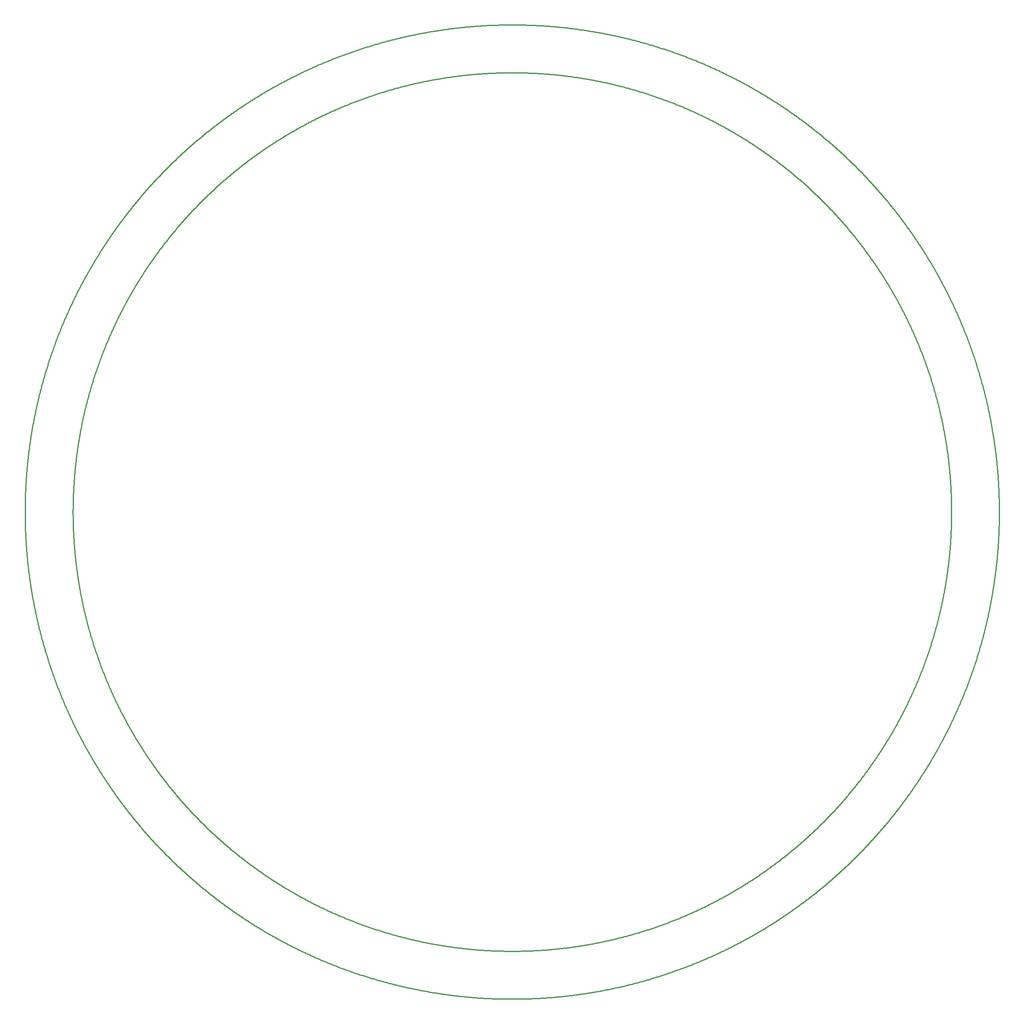
<source format=gko>
%FSLAX44Y44*%
%MOMM*%
G71*
G01*
G75*
G04 Layer_Color=16711935*
%ADD10C,8.0000*%
%ADD11C,0.2540*%
D11*
X2232368Y1244600D02*
X2232364Y1247140D01*
X2232354Y1249681D01*
X2232336Y1252221D01*
X2232311Y1254761D01*
X2232278Y1257301D01*
X2232239Y1259842D01*
X2232192Y1262381D01*
X2232139Y1264921D01*
X2232078Y1267461D01*
X2232009Y1270000D01*
X2231934Y1272540D01*
X2231852Y1275079D01*
X2231762Y1277617D01*
X2231665Y1280156D01*
X2231561Y1282694D01*
X2231450Y1285232D01*
X2231332Y1287770D01*
X2231207Y1290307D01*
X2231074Y1292844D01*
X2230934Y1295380D01*
X2230787Y1297917D01*
X2230633Y1300452D01*
X2230472Y1302988D01*
X2230304Y1305522D01*
X2230128Y1308057D01*
X2229946Y1310590D01*
X2229756Y1313124D01*
X2229559Y1315656D01*
X2229355Y1318188D01*
X2229143Y1320720D01*
X2228925Y1323251D01*
X2228699Y1325781D01*
X2228466Y1328311D01*
X2228227Y1330840D01*
X2227980Y1333368D01*
X2227726Y1335896D01*
X2227464Y1338423D01*
X2227196Y1340949D01*
X2226920Y1343474D01*
X2226638Y1345999D01*
X2226348Y1348523D01*
X2226051Y1351046D01*
X2225747Y1353568D01*
X2225436Y1356089D01*
X2225118Y1358610D01*
X2224792Y1361129D01*
X2224460Y1363647D01*
X2224120Y1366165D01*
X2223773Y1368682D01*
X2223420Y1371197D01*
X2223059Y1373712D01*
X2222691Y1376225D01*
X2222316Y1378738D01*
X2221934Y1381250D01*
X2221544Y1383760D01*
X2221148Y1386269D01*
X2220745Y1388777D01*
X2220334Y1391284D01*
X2219917Y1393790D01*
X2219492Y1396295D01*
X2219060Y1398798D01*
X2218621Y1401300D01*
X2218176Y1403801D01*
X2217723Y1406301D01*
X2217263Y1408799D01*
X2216796Y1411296D01*
X2216322Y1413792D01*
X2215841Y1416286D01*
X2215352Y1418780D01*
X2214857Y1421271D01*
X2214355Y1423761D01*
X2213846Y1426250D01*
X2213330Y1428738D01*
X2212806Y1431223D01*
X2212276Y1433708D01*
X2211739Y1436191D01*
X2211194Y1438672D01*
X2210643Y1441152D01*
X2210085Y1443630D01*
X2209520Y1446107D01*
X2208947Y1448582D01*
X2208368Y1451055D01*
X2207782Y1453527D01*
X2207189Y1455997D01*
X2206588Y1458466D01*
X2205981Y1460933D01*
X2205367Y1463398D01*
X2204746Y1465861D01*
X2204118Y1468322D01*
X2203483Y1470782D01*
X2202841Y1473240D01*
X2202192Y1475696D01*
X2201537Y1478150D01*
X2200874Y1480603D01*
X2200204Y1483053D01*
X2199528Y1485502D01*
X2198844Y1487949D01*
X2198154Y1490394D01*
X2197457Y1492836D01*
X2196753Y1495277D01*
X2196042Y1497716D01*
X2195324Y1500153D01*
X2194599Y1502588D01*
X2193867Y1505020D01*
X2193129Y1507451D01*
X2192384Y1509880D01*
X2191631Y1512306D01*
X2190872Y1514731D01*
X2190106Y1517153D01*
X2189334Y1519573D01*
X2188554Y1521991D01*
X2187768Y1524406D01*
X2186974Y1526819D01*
X2186174Y1529231D01*
X2185368Y1531640D01*
X2184554Y1534046D01*
X2183734Y1536450D01*
X2182906Y1538852D01*
X2182072Y1541252D01*
X2181232Y1543649D01*
X2180384Y1546044D01*
X2179530Y1548436D01*
X2178669Y1550826D01*
X2177801Y1553214D01*
X2176927Y1555599D01*
X2176046Y1557982D01*
X2175158Y1560362D01*
X2174263Y1562740D01*
X2173362Y1565115D01*
X2172454Y1567487D01*
X2171539Y1569857D01*
X2170617Y1572225D01*
X2169689Y1574589D01*
X2168754Y1576952D01*
X2167813Y1579311D01*
X2166865Y1581668D01*
X2165910Y1584022D01*
X2164949Y1586373D01*
X2163981Y1588722D01*
X2163006Y1591068D01*
X2162025Y1593411D01*
X2161037Y1595752D01*
X2160043Y1598089D01*
X2159041Y1600424D01*
X2158034Y1602756D01*
X2157020Y1605085D01*
X2155999Y1607412D01*
X2154971Y1609735D01*
X2153938Y1612056D01*
X2152897Y1614373D01*
X2151850Y1616688D01*
X2150797Y1618999D01*
X2149736Y1621308D01*
X2148670Y1623614D01*
X2147597Y1625916D01*
X2146517Y1628216D01*
X2145431Y1630512D01*
X2144339Y1632806D01*
X2143240Y1635096D01*
X2142134Y1637383D01*
X2141022Y1639668D01*
X2139904Y1641949D01*
X2138779Y1644226D01*
X2137648Y1646501D01*
X2136510Y1648772D01*
X2135366Y1651040D01*
X2134216Y1653306D01*
X2133059Y1655567D01*
X2131896Y1657826D01*
X2130726Y1660081D01*
X2129550Y1662333D01*
X2128368Y1664581D01*
X2127179Y1666826D01*
X2125984Y1669068D01*
X2124783Y1671306D01*
X2123575Y1673542D01*
X2122361Y1675773D01*
X2121141Y1678001D01*
X2119915Y1680226D01*
X2118682Y1682447D01*
X2117443Y1684665D01*
X2116198Y1686879D01*
X2114946Y1689090D01*
X2113689Y1691297D01*
X2112425Y1693501D01*
X2111154Y1695701D01*
X2109878Y1697897D01*
X2108595Y1700090D01*
X2107307Y1702279D01*
X2106012Y1704465D01*
X2104711Y1706647D01*
X2103403Y1708825D01*
X2102090Y1710999D01*
X2100770Y1713170D01*
X2099445Y1715337D01*
X2098113Y1717500D01*
X2096775Y1719660D01*
X2095431Y1721816D01*
X2094081Y1723968D01*
X2092725Y1726116D01*
X2091363Y1728260D01*
X2089995Y1730401D01*
X2088620Y1732537D01*
X2087240Y1734670D01*
X2085854Y1736799D01*
X2084461Y1738923D01*
X2083063Y1741044D01*
X2081659Y1743161D01*
X2080249Y1745274D01*
X2078832Y1747383D01*
X2077410Y1749488D01*
X2075982Y1751589D01*
X2074548Y1753686D01*
X2073108Y1755779D01*
X2071662Y1757868D01*
X2070211Y1759952D01*
X2068753Y1762033D01*
X2067290Y1764109D01*
X2065820Y1766182D01*
X2064345Y1768250D01*
X2062864Y1770314D01*
X2061378Y1772374D01*
X2059885Y1774429D01*
X2058387Y1776481D01*
X2056882Y1778528D01*
X2055372Y1780571D01*
X2053857Y1782609D01*
X2052335Y1784644D01*
X2050808Y1786674D01*
X2049275Y1788699D01*
X2047737Y1790721D01*
X2046192Y1792738D01*
X2044642Y1794751D01*
X2043086Y1796759D01*
X2041525Y1798763D01*
X2039958Y1800762D01*
X2038385Y1802757D01*
X2036807Y1804748D01*
X2035223Y1806734D01*
X2033634Y1808716D01*
X2032039Y1810693D01*
X2030438Y1812665D01*
X2028832Y1814633D01*
X2027220Y1816597D01*
X2025603Y1818556D01*
X2023980Y1820511D01*
X2022352Y1822460D01*
X2020718Y1824406D01*
X2019079Y1826346D01*
X2017434Y1828282D01*
X2015783Y1830214D01*
X2014128Y1832140D01*
X2012467Y1834062D01*
X2010800Y1835980D01*
X2009128Y1837892D01*
X2007451Y1839800D01*
X2005768Y1841703D01*
X2004080Y1843602D01*
X2002387Y1845495D01*
X2000688Y1847384D01*
X1998984Y1849268D01*
X1997274Y1851147D01*
X1995560Y1853022D01*
X1993840Y1854891D01*
X1992114Y1856756D01*
X1990384Y1858616D01*
X1988648Y1860470D01*
X1986907Y1862320D01*
X1985161Y1864165D01*
X1983410Y1866006D01*
X1981653Y1867841D01*
X1979891Y1869671D01*
X1978124Y1871496D01*
X1976352Y1873316D01*
X1974575Y1875132D01*
X1972793Y1876942D01*
X1971005Y1878747D01*
X1969213Y1880547D01*
X1967415Y1882342D01*
X1965613Y1884132D01*
X1963805Y1885917D01*
X1961992Y1887697D01*
X1960175Y1889471D01*
X1958352Y1891241D01*
X1956524Y1893005D01*
X1954691Y1894764D01*
X1952854Y1896518D01*
X1951011Y1898267D01*
X1949164Y1900011D01*
X1947311Y1901749D01*
X1945454Y1903482D01*
X1943592Y1905210D01*
X1941725Y1906933D01*
X1939853Y1908650D01*
X1937976Y1910362D01*
X1936094Y1912069D01*
X1934208Y1913770D01*
X1932317Y1915466D01*
X1930421Y1917157D01*
X1928520Y1918842D01*
X1926615Y1920522D01*
X1924704Y1922197D01*
X1922789Y1923866D01*
X1920870Y1925530D01*
X1918945Y1927189D01*
X1917016Y1928842D01*
X1915083Y1930489D01*
X1913144Y1932131D01*
X1911201Y1933768D01*
X1909254Y1935399D01*
X1907302Y1937024D01*
X1905345Y1938644D01*
X1903384Y1940259D01*
X1901418Y1941868D01*
X1899447Y1943471D01*
X1897473Y1945069D01*
X1895493Y1946661D01*
X1893509Y1948248D01*
X1891521Y1949829D01*
X1889528Y1951405D01*
X1887531Y1952974D01*
X1885529Y1954539D01*
X1883523Y1956097D01*
X1881512Y1957650D01*
X1879498Y1959197D01*
X1877478Y1960739D01*
X1875455Y1962274D01*
X1873427Y1963804D01*
X1871395Y1965329D01*
X1869358Y1966848D01*
X1867318Y1968360D01*
X1865273Y1969867D01*
X1863223Y1971369D01*
X1861170Y1972864D01*
X1859112Y1974354D01*
X1857050Y1975838D01*
X1854984Y1977316D01*
X1852914Y1978788D01*
X1850839Y1980254D01*
X1848761Y1981715D01*
X1846678Y1983170D01*
X1844591Y1984618D01*
X1842501Y1986061D01*
X1840406Y1987498D01*
X1838307Y1988929D01*
X1836204Y1990354D01*
X1834097Y1991774D01*
X1831986Y1993187D01*
X1829871Y1994594D01*
X1827752Y1995995D01*
X1825629Y1997390D01*
X1823502Y1998780D01*
X1821372Y2000163D01*
X1819237Y2001540D01*
X1817099Y2002912D01*
X1814956Y2004277D01*
X1812810Y2005636D01*
X1810660Y2006989D01*
X1808506Y2008336D01*
X1806348Y2009677D01*
X1804187Y2011012D01*
X1802022Y2012340D01*
X1799853Y2013663D01*
X1797680Y2014979D01*
X1795504Y2016290D01*
X1793324Y2017594D01*
X1791140Y2018892D01*
X1788953Y2020184D01*
X1786762Y2021470D01*
X1784567Y2022749D01*
X1782369Y2024022D01*
X1780167Y2025289D01*
X1777962Y2026550D01*
X1775753Y2027805D01*
X1773540Y2029053D01*
X1771325Y2030295D01*
X1769105Y2031531D01*
X1766882Y2032761D01*
X1764656Y2033984D01*
X1762426Y2035201D01*
X1760193Y2036412D01*
X1757956Y2037616D01*
X1755716Y2038814D01*
X1753472Y2040006D01*
X1751226Y2041192D01*
X1748976Y2042371D01*
X1746722Y2043544D01*
X1744465Y2044710D01*
X1742205Y2045870D01*
X1739942Y2047023D01*
X1737675Y2048171D01*
X1735406Y2049312D01*
X1733133Y2050446D01*
X1730856Y2051574D01*
X1728577Y2052695D01*
X1726295Y2053811D01*
X1724009Y2054919D01*
X1721720Y2056022D01*
X1719428Y2057117D01*
X1717133Y2058207D01*
X1714835Y2059290D01*
X1712534Y2060366D01*
X1710230Y2061436D01*
X1707923Y2062499D01*
X1705612Y2063556D01*
X1703299Y2064606D01*
X1700983Y2065650D01*
X1698664Y2066687D01*
X1696342Y2067718D01*
X1694017Y2068742D01*
X1691689Y2069759D01*
X1689359Y2070770D01*
X1687025Y2071775D01*
X1684689Y2072773D01*
X1682350Y2073764D01*
X1680008Y2074748D01*
X1677664Y2075726D01*
X1675316Y2076698D01*
X1672966Y2077662D01*
X1670613Y2078620D01*
X1668258Y2079572D01*
X1665900Y2080517D01*
X1663539Y2081455D01*
X1661175Y2082386D01*
X1658809Y2083311D01*
X1656440Y2084229D01*
X1654069Y2085141D01*
X1651695Y2086045D01*
X1649319Y2086943D01*
X1646940Y2087834D01*
X1644559Y2088719D01*
X1642175Y2089597D01*
X1639788Y2090468D01*
X1637399Y2091333D01*
X1635008Y2092190D01*
X1632614Y2093041D01*
X1630218Y2093885D01*
X1627820Y2094722D01*
X1625419Y2095553D01*
X1623016Y2096377D01*
X1620611Y2097194D01*
X1618203Y2098004D01*
X1615793Y2098808D01*
X1613380Y2099604D01*
X1610966Y2100394D01*
X1608549Y2101177D01*
X1606130Y2101953D01*
X1603709Y2102722D01*
X1601286Y2103485D01*
X1598860Y2104241D01*
X1596433Y2104989D01*
X1594003Y2105731D01*
X1591572Y2106466D01*
X1589138Y2107195D01*
X1586702Y2107916D01*
X1584264Y2108630D01*
X1581824Y2109338D01*
X1579382Y2110039D01*
X1576938Y2110732D01*
X1574492Y2111419D01*
X1572045Y2112099D01*
X1569595Y2112772D01*
X1567144Y2113439D01*
X1564690Y2114098D01*
X1562235Y2114750D01*
X1559778Y2115395D01*
X1557319Y2116034D01*
X1554858Y2116665D01*
X1552396Y2117290D01*
X1549932Y2117908D01*
X1547466Y2118518D01*
X1544998Y2119122D01*
X1542529Y2119718D01*
X1540058Y2120308D01*
X1537585Y2120891D01*
X1535111Y2121467D01*
X1532635Y2122036D01*
X1530157Y2122597D01*
X1527678Y2123152D01*
X1525198Y2123700D01*
X1522715Y2124241D01*
X1520232Y2124774D01*
X1517747Y2125301D01*
X1515260Y2125821D01*
X1512772Y2126334D01*
X1510282Y2126839D01*
X1507791Y2127338D01*
X1505299Y2127830D01*
X1502805Y2128314D01*
X1500310Y2128792D01*
X1497814Y2129263D01*
X1495316Y2129726D01*
X1492817Y2130182D01*
X1490316Y2130632D01*
X1487815Y2131074D01*
X1485312Y2131509D01*
X1482808Y2131938D01*
X1480302Y2132359D01*
X1477796Y2132773D01*
X1475288Y2133180D01*
X1472780Y2133580D01*
X1470270Y2133972D01*
X1467759Y2134358D01*
X1465247Y2134737D01*
X1462734Y2135108D01*
X1460220Y2135473D01*
X1457704Y2135830D01*
X1455188Y2136180D01*
X1452671Y2136523D01*
X1450153Y2136859D01*
X1447634Y2137188D01*
X1445114Y2137510D01*
X1442593Y2137825D01*
X1440071Y2138132D01*
X1437549Y2138433D01*
X1435025Y2138726D01*
X1432501Y2139012D01*
X1429976Y2139291D01*
X1427450Y2139563D01*
X1424924Y2139828D01*
X1422396Y2140086D01*
X1419868Y2140336D01*
X1417340Y2140580D01*
X1414810Y2140816D01*
X1412280Y2141045D01*
X1409749Y2141267D01*
X1407218Y2141482D01*
X1404686Y2141690D01*
X1402154Y2141890D01*
X1399621Y2142084D01*
X1397087Y2142270D01*
X1394553Y2142449D01*
X1392018Y2142621D01*
X1389483Y2142786D01*
X1386948Y2142944D01*
X1384412Y2143094D01*
X1381876Y2143237D01*
X1379339Y2143374D01*
X1376802Y2143503D01*
X1374264Y2143624D01*
X1371726Y2143739D01*
X1369188Y2143846D01*
X1366650Y2143947D01*
X1364111Y2144040D01*
X1361572Y2144126D01*
X1359033Y2144205D01*
X1356494Y2144277D01*
X1353954Y2144341D01*
X1351414Y2144398D01*
X1348874Y2144449D01*
X1346334Y2144492D01*
X1343794Y2144527D01*
X1341254Y2144556D01*
X1338714Y2144578D01*
X1336173Y2144592D01*
X1333633Y2144599D01*
X1331092Y2144599D01*
X1328552Y2144592D01*
X1326012Y2144577D01*
X1323471Y2144556D01*
X1320931Y2144527D01*
X1318391Y2144491D01*
X1315851Y2144448D01*
X1313311Y2144398D01*
X1310771Y2144341D01*
X1308231Y2144276D01*
X1305692Y2144205D01*
X1303153Y2144126D01*
X1300614Y2144040D01*
X1298075Y2143946D01*
X1295537Y2143846D01*
X1292999Y2143739D01*
X1290461Y2143624D01*
X1287923Y2143502D01*
X1285386Y2143373D01*
X1282849Y2143237D01*
X1280313Y2143093D01*
X1277777Y2142943D01*
X1275241Y2142785D01*
X1272707Y2142620D01*
X1270172Y2142448D01*
X1267638Y2142269D01*
X1265104Y2142083D01*
X1262571Y2141889D01*
X1260039Y2141689D01*
X1257507Y2141481D01*
X1254976Y2141266D01*
X1252445Y2141044D01*
X1249915Y2140815D01*
X1247385Y2140579D01*
X1244857Y2140335D01*
X1242329Y2140085D01*
X1239801Y2139827D01*
X1237275Y2139562D01*
X1234749Y2139290D01*
X1232224Y2139011D01*
X1229700Y2138725D01*
X1227176Y2138432D01*
X1224654Y2138131D01*
X1222132Y2137823D01*
X1219611Y2137509D01*
X1217091Y2137187D01*
X1214572Y2136858D01*
X1212054Y2136522D01*
X1209537Y2136179D01*
X1207021Y2135828D01*
X1204506Y2135471D01*
X1201991Y2135107D01*
X1199478Y2134735D01*
X1196966Y2134356D01*
X1194455Y2133971D01*
X1191945Y2133578D01*
X1189437Y2133178D01*
X1186929Y2132771D01*
X1184423Y2132357D01*
X1181917Y2131936D01*
X1179413Y2131508D01*
X1176910Y2131072D01*
X1174409Y2130630D01*
X1171909Y2130181D01*
X1169409Y2129724D01*
X1166912Y2129261D01*
X1164415Y2128790D01*
X1161920Y2128312D01*
X1159426Y2127828D01*
X1156934Y2127336D01*
X1154443Y2126837D01*
X1151953Y2126332D01*
X1149465Y2125819D01*
X1146979Y2125299D01*
X1144493Y2124772D01*
X1142010Y2124238D01*
X1139528Y2123698D01*
X1137047Y2123150D01*
X1134568Y2122595D01*
X1132090Y2122033D01*
X1129614Y2121464D01*
X1127140Y2120889D01*
X1124667Y2120306D01*
X1122196Y2119716D01*
X1119727Y2119119D01*
X1117260Y2118515D01*
X1114793Y2117905D01*
X1112329Y2117287D01*
X1109867Y2116663D01*
X1107406Y2116031D01*
X1104947Y2115393D01*
X1102490Y2114747D01*
X1100035Y2114095D01*
X1097582Y2113436D01*
X1095130Y2112769D01*
X1092681Y2112096D01*
X1090233Y2111416D01*
X1087787Y2110729D01*
X1085343Y2110036D01*
X1082901Y2109335D01*
X1080462Y2108627D01*
X1078024Y2107913D01*
X1075588Y2107191D01*
X1073154Y2106463D01*
X1070722Y2105728D01*
X1068293Y2104986D01*
X1065865Y2104237D01*
X1063440Y2103482D01*
X1061016Y2102719D01*
X1058595Y2101950D01*
X1056176Y2101174D01*
X1053760Y2100390D01*
X1051345Y2099601D01*
X1048933Y2098804D01*
X1046523Y2098001D01*
X1044115Y2097190D01*
X1041710Y2096373D01*
X1039306Y2095549D01*
X1036906Y2094719D01*
X1034507Y2093881D01*
X1032111Y2093037D01*
X1029717Y2092186D01*
X1027326Y2091329D01*
X1024937Y2090464D01*
X1022551Y2089593D01*
X1020167Y2088715D01*
X1017786Y2087831D01*
X1015407Y2086939D01*
X1013030Y2086041D01*
X1010657Y2085137D01*
X1008285Y2084225D01*
X1005917Y2083307D01*
X1003550Y2082382D01*
X1001187Y2081451D01*
X998826Y2080513D01*
X996468Y2079568D01*
X994112Y2078616D01*
X991760Y2077658D01*
X989409Y2076693D01*
X987062Y2075722D01*
X984717Y2074744D01*
X982376Y2073759D01*
X980037Y2072768D01*
X977700Y2071770D01*
X975367Y2070766D01*
X973036Y2069755D01*
X970709Y2068737D01*
X968384Y2067713D01*
X966062Y2066683D01*
X963743Y2065645D01*
X961427Y2064602D01*
X959114Y2063551D01*
X956804Y2062495D01*
X954496Y2061431D01*
X952192Y2060361D01*
X949891Y2059285D01*
X947593Y2058202D01*
X945298Y2057113D01*
X943006Y2056017D01*
X940717Y2054915D01*
X938431Y2053806D01*
X936149Y2052691D01*
X933870Y2051569D01*
X931593Y2050441D01*
X929320Y2049306D01*
X927050Y2048166D01*
X924784Y2047018D01*
X922521Y2045865D01*
X920260Y2044705D01*
X918004Y2043538D01*
X915750Y2042365D01*
X913500Y2041186D01*
X911253Y2040001D01*
X909010Y2038809D01*
X906770Y2037611D01*
X904533Y2036406D01*
X902299Y2035195D01*
X900070Y2033978D01*
X897843Y2032755D01*
X895620Y2031525D01*
X893401Y2030289D01*
X891185Y2029047D01*
X888972Y2027799D01*
X886763Y2026544D01*
X884558Y2025283D01*
X882356Y2024016D01*
X880158Y2022743D01*
X877963Y2021463D01*
X875772Y2020177D01*
X873585Y2018885D01*
X871401Y2017587D01*
X869221Y2016283D01*
X867045Y2014973D01*
X864872Y2013656D01*
X862703Y2012334D01*
X860538Y2011005D01*
X858376Y2009670D01*
X856219Y2008329D01*
X854065Y2006982D01*
X851915Y2005629D01*
X849769Y2004270D01*
X847626Y2002904D01*
X845488Y2001533D01*
X843353Y2000156D01*
X841222Y1998772D01*
X839095Y1997383D01*
X836973Y1995988D01*
X834854Y1994586D01*
X832739Y1993179D01*
X830628Y1991766D01*
X828521Y1990347D01*
X826418Y1988921D01*
X824319Y1987490D01*
X822224Y1986053D01*
X820133Y1984610D01*
X818046Y1983161D01*
X815963Y1981707D01*
X813885Y1980246D01*
X811810Y1978780D01*
X809740Y1977307D01*
X807674Y1975829D01*
X805612Y1974345D01*
X803554Y1972856D01*
X801501Y1971360D01*
X799452Y1969859D01*
X797406Y1968351D01*
X795366Y1966839D01*
X793329Y1965320D01*
X791297Y1963795D01*
X789269Y1962265D01*
X787245Y1960730D01*
X785226Y1959188D01*
X783211Y1957641D01*
X781201Y1956088D01*
X779195Y1954529D01*
X777193Y1952965D01*
X775196Y1951395D01*
X773203Y1949819D01*
X771215Y1948238D01*
X769231Y1946652D01*
X767251Y1945059D01*
X765276Y1943461D01*
X763306Y1941858D01*
X761340Y1940249D01*
X759379Y1938634D01*
X757422Y1937014D01*
X755470Y1935388D01*
X753522Y1933757D01*
X751579Y1932121D01*
X749641Y1930478D01*
X747707Y1928831D01*
X745778Y1927178D01*
X743854Y1925519D01*
X741934Y1923855D01*
X740019Y1922186D01*
X738109Y1920511D01*
X736204Y1918831D01*
X734303Y1917146D01*
X732407Y1915455D01*
X730516Y1913759D01*
X728629Y1912057D01*
X726748Y1910350D01*
X724871Y1908638D01*
X722999Y1906921D01*
X721132Y1905198D01*
X719269Y1903470D01*
X717412Y1901737D01*
X715560Y1899999D01*
X713712Y1898255D01*
X711870Y1896506D01*
X710032Y1894752D01*
X708199Y1892993D01*
X706372Y1891228D01*
X704549Y1889459D01*
X702731Y1887684D01*
X700918Y1885904D01*
X699111Y1884119D01*
X697308Y1882329D01*
X695510Y1880534D01*
X693718Y1878734D01*
X691930Y1876929D01*
X690148Y1875119D01*
X688371Y1873303D01*
X686599Y1871483D01*
X684832Y1869658D01*
X683070Y1867827D01*
X681314Y1865992D01*
X679562Y1864152D01*
X677816Y1862307D01*
X676075Y1860457D01*
X674339Y1858602D01*
X672609Y1856742D01*
X670883Y1854877D01*
X669164Y1853008D01*
X667449Y1851133D01*
X665740Y1849254D01*
X664035Y1847370D01*
X662337Y1845481D01*
X660643Y1843587D01*
X658955Y1841689D01*
X657272Y1839786D01*
X655595Y1837878D01*
X653923Y1835965D01*
X652257Y1834048D01*
X650595Y1832126D01*
X648940Y1830199D01*
X647290Y1828267D01*
X645645Y1826331D01*
X644006Y1824391D01*
X642372Y1822445D01*
X640743Y1820495D01*
X639120Y1818541D01*
X637503Y1816582D01*
X635891Y1814618D01*
X634285Y1812650D01*
X632685Y1810677D01*
X631090Y1808700D01*
X629500Y1806718D01*
X627916Y1804732D01*
X626338Y1802741D01*
X624765Y1800746D01*
X623198Y1798746D01*
X621637Y1796743D01*
X620081Y1794734D01*
X618531Y1792721D01*
X616987Y1790704D01*
X615448Y1788683D01*
X613915Y1786657D01*
X612388Y1784627D01*
X610867Y1782592D01*
X609351Y1780554D01*
X607841Y1778511D01*
X606337Y1776464D01*
X604838Y1774412D01*
X603346Y1772356D01*
X601859Y1770296D01*
X600378Y1768232D01*
X598903Y1766164D01*
X597434Y1764092D01*
X595970Y1762015D01*
X594513Y1759935D01*
X593061Y1757850D01*
X591615Y1755761D01*
X590175Y1753668D01*
X588741Y1751571D01*
X587313Y1749470D01*
X585891Y1747365D01*
X584475Y1745256D01*
X583065Y1743143D01*
X581661Y1741026D01*
X580262Y1738905D01*
X578870Y1736780D01*
X577484Y1734651D01*
X576104Y1732518D01*
X574729Y1730381D01*
X573361Y1728241D01*
X571999Y1726097D01*
X570643Y1723948D01*
X569293Y1721796D01*
X567949Y1719641D01*
X566611Y1717481D01*
X565279Y1715318D01*
X563954Y1713150D01*
X562634Y1710980D01*
X561321Y1708805D01*
X560014Y1706627D01*
X558713Y1704445D01*
X557418Y1702259D01*
X556129Y1700070D01*
X554846Y1697877D01*
X553570Y1695681D01*
X552300Y1693481D01*
X551036Y1691277D01*
X549778Y1689070D01*
X548527Y1686859D01*
X547281Y1684644D01*
X546043Y1682427D01*
X544810Y1680206D01*
X543583Y1677981D01*
X542363Y1675753D01*
X541149Y1673521D01*
X539942Y1671286D01*
X538741Y1669047D01*
X537546Y1666806D01*
X536357Y1664560D01*
X535175Y1662312D01*
X533999Y1660060D01*
X532829Y1657805D01*
X531666Y1655546D01*
X530509Y1653284D01*
X529359Y1651019D01*
X528215Y1648751D01*
X527077Y1646480D01*
X525946Y1644205D01*
X524822Y1641927D01*
X523703Y1639646D01*
X522591Y1637362D01*
X521486Y1635075D01*
X520387Y1632784D01*
X519295Y1630491D01*
X518209Y1628194D01*
X517129Y1625894D01*
X516056Y1623592D01*
X514990Y1621286D01*
X513929Y1618977D01*
X512876Y1616666D01*
X511829Y1614351D01*
X510789Y1612033D01*
X509755Y1609713D01*
X508727Y1607389D01*
X507707Y1605063D01*
X506693Y1602734D01*
X505685Y1600402D01*
X504684Y1598067D01*
X503689Y1595729D01*
X502702Y1593389D01*
X501720Y1591046D01*
X500746Y1588699D01*
X499778Y1586351D01*
X498816Y1583999D01*
X497862Y1581645D01*
X496914Y1579288D01*
X495972Y1576929D01*
X495038Y1574566D01*
X494110Y1572202D01*
X493188Y1569834D01*
X492273Y1567464D01*
X491366Y1565092D01*
X490464Y1562716D01*
X489570Y1560339D01*
X488682Y1557958D01*
X487801Y1555576D01*
X486926Y1553190D01*
X486059Y1550803D01*
X485198Y1548413D01*
X484343Y1546020D01*
X483496Y1543625D01*
X482655Y1541228D01*
X481821Y1538828D01*
X480994Y1536427D01*
X480174Y1534022D01*
X479360Y1531615D01*
X478554Y1529207D01*
X477754Y1526795D01*
X476960Y1524382D01*
X476174Y1521966D01*
X475395Y1519548D01*
X474622Y1517128D01*
X473856Y1514706D01*
X473097Y1512282D01*
X472345Y1509855D01*
X471600Y1507427D01*
X470861Y1504996D01*
X470130Y1502563D01*
X469405Y1500128D01*
X468687Y1497691D01*
X467976Y1495253D01*
X467272Y1492812D01*
X466575Y1490369D01*
X465885Y1487924D01*
X465201Y1485477D01*
X464525Y1483029D01*
X463855Y1480578D01*
X463193Y1478125D01*
X462537Y1475671D01*
X461888Y1473215D01*
X461246Y1470757D01*
X460611Y1468297D01*
X459983Y1465836D01*
X459362Y1463372D01*
X458748Y1460907D01*
X458141Y1458440D01*
X457541Y1455972D01*
X456948Y1453501D01*
X456362Y1451030D01*
X455783Y1448556D01*
X455210Y1446081D01*
X454645Y1443604D01*
X454087Y1441126D01*
X453536Y1438646D01*
X452991Y1436165D01*
X452454Y1433682D01*
X451924Y1431197D01*
X451401Y1428711D01*
X450885Y1426224D01*
X450376Y1423735D01*
X449873Y1421245D01*
X449378Y1418753D01*
X448890Y1416260D01*
X448409Y1413765D01*
X447935Y1411270D01*
X447468Y1408772D01*
X447009Y1406274D01*
X446556Y1403774D01*
X446110Y1401273D01*
X445671Y1398771D01*
X445239Y1396268D01*
X444815Y1393763D01*
X444397Y1391257D01*
X443987Y1388750D01*
X443584Y1386242D01*
X443187Y1383732D01*
X442798Y1381222D01*
X442416Y1378710D01*
X442041Y1376198D01*
X441673Y1373684D01*
X441312Y1371170D01*
X440959Y1368654D01*
X440612Y1366137D01*
X440272Y1363620D01*
X439940Y1361101D01*
X439615Y1358582D01*
X439297Y1356061D01*
X438986Y1353540D01*
X438682Y1351018D01*
X438385Y1348495D01*
X438095Y1345971D01*
X437813Y1343446D01*
X437537Y1340921D01*
X437269Y1338395D01*
X437008Y1335868D01*
X436754Y1333340D01*
X436507Y1330812D01*
X436267Y1328282D01*
X436034Y1325753D01*
X435809Y1323222D01*
X435590Y1320691D01*
X435379Y1318160D01*
X435175Y1315627D01*
X434978Y1313095D01*
X434788Y1310561D01*
X434606Y1308028D01*
X434430Y1305493D01*
X434262Y1302958D01*
X434101Y1300423D01*
X433947Y1297887D01*
X433800Y1295351D01*
X433660Y1292815D01*
X433528Y1290278D01*
X433402Y1287740D01*
X433284Y1285203D01*
X433173Y1282665D01*
X433069Y1280126D01*
X432973Y1277588D01*
X432883Y1275049D01*
X432801Y1272510D01*
X432726Y1269971D01*
X432658Y1267431D01*
X432597Y1264891D01*
X432543Y1262352D01*
X432496Y1259812D01*
X432457Y1257271D01*
X432425Y1254731D01*
X432400Y1252191D01*
X432382Y1249651D01*
X432371Y1247110D01*
X432368Y1244570D01*
X432372Y1242029D01*
X432383Y1239489D01*
X432401Y1236949D01*
X432426Y1234408D01*
X432458Y1231868D01*
X432498Y1229328D01*
X432544Y1226788D01*
X432598Y1224248D01*
X432659Y1221709D01*
X432727Y1219169D01*
X432803Y1216630D01*
X432885Y1214091D01*
X432975Y1211552D01*
X433072Y1209013D01*
X433176Y1206475D01*
X433287Y1203937D01*
X433405Y1201399D01*
X433531Y1198862D01*
X433664Y1196325D01*
X433803Y1193789D01*
X433951Y1191252D01*
X434105Y1188717D01*
X434266Y1186181D01*
X434434Y1183646D01*
X434610Y1181112D01*
X434793Y1178578D01*
X434983Y1176045D01*
X435180Y1173512D01*
X435384Y1170980D01*
X435596Y1168448D01*
X435814Y1165918D01*
X436040Y1163387D01*
X436273Y1160857D01*
X436512Y1158328D01*
X436759Y1155800D01*
X437014Y1153272D01*
X437275Y1150745D01*
X437544Y1148219D01*
X437819Y1145694D01*
X438102Y1143169D01*
X438392Y1140645D01*
X438689Y1138122D01*
X438993Y1135600D01*
X439304Y1133079D01*
X439622Y1130558D01*
X439948Y1128039D01*
X440280Y1125520D01*
X440620Y1123003D01*
X440967Y1120486D01*
X441321Y1117971D01*
X441682Y1115456D01*
X442050Y1112942D01*
X442425Y1110430D01*
X442807Y1107918D01*
X443197Y1105408D01*
X443593Y1102899D01*
X443997Y1100390D01*
X444407Y1097883D01*
X444825Y1095378D01*
X445250Y1092873D01*
X445681Y1090369D01*
X446120Y1087867D01*
X446566Y1085366D01*
X447019Y1082867D01*
X447479Y1080368D01*
X447946Y1077871D01*
X448421Y1075375D01*
X448902Y1072881D01*
X449390Y1070388D01*
X449885Y1067896D01*
X450388Y1065406D01*
X450897Y1062917D01*
X451413Y1060430D01*
X451937Y1057944D01*
X452467Y1055459D01*
X453004Y1052976D01*
X453549Y1050495D01*
X454100Y1048015D01*
X454659Y1045537D01*
X455224Y1043060D01*
X455796Y1040585D01*
X456376Y1038111D01*
X456962Y1035640D01*
X457555Y1033170D01*
X458156Y1030701D01*
X458763Y1028234D01*
X459377Y1025769D01*
X459998Y1023306D01*
X460626Y1020844D01*
X461261Y1018385D01*
X461903Y1015927D01*
X462552Y1013471D01*
X463208Y1011016D01*
X463871Y1008564D01*
X464541Y1006113D01*
X465217Y1003665D01*
X465901Y1001218D01*
X466591Y998773D01*
X467289Y996330D01*
X467993Y993889D01*
X468704Y991451D01*
X469422Y989014D01*
X470147Y986579D01*
X470879Y984146D01*
X471617Y981715D01*
X472363Y979287D01*
X473115Y976861D01*
X473874Y974436D01*
X474640Y972014D01*
X475413Y969594D01*
X476193Y967176D01*
X476979Y964761D01*
X477773Y962347D01*
X478573Y959936D01*
X479380Y957527D01*
X480193Y955121D01*
X481014Y952716D01*
X481841Y950314D01*
X482675Y947915D01*
X483516Y945518D01*
X484364Y943123D01*
X485218Y940730D01*
X486079Y938340D01*
X486947Y935953D01*
X487822Y933568D01*
X488703Y931185D01*
X489591Y928805D01*
X490486Y926427D01*
X491387Y924052D01*
X492295Y921680D01*
X493210Y919310D01*
X494132Y916942D01*
X495060Y914577D01*
X495995Y912215D01*
X496936Y909856D01*
X497884Y907499D01*
X498839Y905145D01*
X499801Y902793D01*
X500769Y900445D01*
X501744Y898099D01*
X502725Y895755D01*
X503713Y893415D01*
X504708Y891077D01*
X505709Y888743D01*
X506716Y886411D01*
X507731Y884081D01*
X508752Y881755D01*
X509779Y879432D01*
X510813Y877112D01*
X511854Y874794D01*
X512901Y872479D01*
X513955Y870168D01*
X515015Y867859D01*
X516081Y865554D01*
X517155Y863251D01*
X518234Y860951D01*
X519320Y858655D01*
X520413Y856361D01*
X521512Y854071D01*
X522618Y851784D01*
X523730Y849500D01*
X524848Y847219D01*
X525973Y844941D01*
X527104Y842666D01*
X528242Y840395D01*
X529386Y838127D01*
X530537Y835862D01*
X531694Y833600D01*
X532857Y831342D01*
X534027Y829087D01*
X535203Y826835D01*
X536385Y824586D01*
X537574Y822341D01*
X538769Y820099D01*
X539970Y817861D01*
X541178Y815626D01*
X542392Y813394D01*
X543613Y811166D01*
X544839Y808942D01*
X546072Y806721D01*
X547311Y804503D01*
X548556Y802289D01*
X549808Y800078D01*
X551066Y797871D01*
X552330Y795667D01*
X553600Y793467D01*
X554877Y791271D01*
X556160Y789078D01*
X557448Y786889D01*
X558744Y784703D01*
X560045Y782521D01*
X561352Y780343D01*
X562666Y778169D01*
X563985Y775998D01*
X565311Y773831D01*
X566643Y771668D01*
X567981Y769508D01*
X569325Y767352D01*
X570675Y765200D01*
X572031Y763052D01*
X573394Y760908D01*
X574762Y758768D01*
X576136Y756631D01*
X577517Y754498D01*
X578903Y752370D01*
X580295Y750245D01*
X581694Y748124D01*
X583098Y746007D01*
X584509Y743894D01*
X585925Y741785D01*
X587347Y739680D01*
X588775Y737579D01*
X590210Y735482D01*
X591650Y733389D01*
X593096Y731301D01*
X594547Y729216D01*
X596005Y727135D01*
X597469Y725059D01*
X598938Y722987D01*
X600413Y720919D01*
X601894Y718855D01*
X603381Y716795D01*
X604874Y714739D01*
X606373Y712688D01*
X607877Y710641D01*
X609387Y708598D01*
X610903Y706559D01*
X612424Y704525D01*
X613952Y702495D01*
X615485Y700469D01*
X617024Y698448D01*
X618568Y696431D01*
X620118Y694418D01*
X621674Y692410D01*
X623236Y690406D01*
X624803Y688406D01*
X626375Y686411D01*
X627954Y684421D01*
X629538Y682435D01*
X631127Y680453D01*
X632723Y678476D01*
X634323Y676503D01*
X635930Y674535D01*
X637542Y672572D01*
X639159Y670613D01*
X640782Y668658D01*
X642410Y666709D01*
X644044Y664763D01*
X645684Y662823D01*
X647329Y660887D01*
X648979Y658955D01*
X650635Y657029D01*
X652296Y655107D01*
X653963Y653189D01*
X655635Y651277D01*
X657312Y649369D01*
X658995Y647466D01*
X660683Y645568D01*
X662377Y643674D01*
X664076Y641785D01*
X665780Y639901D01*
X667490Y638022D01*
X669204Y636148D01*
X670925Y634278D01*
X672650Y632414D01*
X674380Y630554D01*
X676116Y628699D01*
X677858Y626849D01*
X679604Y625004D01*
X681355Y623164D01*
X683112Y621329D01*
X684874Y619499D01*
X686641Y617674D01*
X688413Y615854D01*
X690191Y614038D01*
X691973Y612228D01*
X693760Y610423D01*
X695553Y608623D01*
X697351Y606828D01*
X699154Y605038D01*
X700961Y603253D01*
X702774Y601474D01*
X704592Y599699D01*
X706415Y597929D01*
X708243Y596165D01*
X710076Y594406D01*
X711913Y592652D01*
X713756Y590903D01*
X715604Y589160D01*
X717456Y587422D01*
X719314Y585689D01*
X721176Y583961D01*
X723043Y582238D01*
X724915Y580521D01*
X726792Y578809D01*
X728674Y577102D01*
X730560Y575401D01*
X732452Y573705D01*
X734348Y572014D01*
X736249Y570329D01*
X738154Y568649D01*
X740065Y566974D01*
X741980Y565305D01*
X743900Y563641D01*
X745824Y561983D01*
X747753Y560330D01*
X749687Y558682D01*
X751626Y557040D01*
X753568Y555404D01*
X755516Y553773D01*
X757468Y552147D01*
X759425Y550527D01*
X761387Y548913D01*
X763353Y547304D01*
X765323Y545701D01*
X767298Y544103D01*
X769278Y542511D01*
X771262Y540924D01*
X773250Y539343D01*
X775243Y537768D01*
X777241Y536198D01*
X779242Y534634D01*
X781249Y533075D01*
X783259Y531522D01*
X785274Y529975D01*
X787294Y528434D01*
X789317Y526898D01*
X791345Y525368D01*
X793378Y523844D01*
X795414Y522325D01*
X797455Y520813D01*
X799500Y519306D01*
X801550Y517804D01*
X803603Y516309D01*
X805661Y514819D01*
X807723Y513335D01*
X809789Y511857D01*
X811860Y510385D01*
X813934Y508919D01*
X816013Y507459D01*
X818096Y506004D01*
X820183Y504555D01*
X822273Y503112D01*
X824369Y501676D01*
X826468Y500245D01*
X828571Y498820D01*
X830678Y497401D01*
X832789Y495988D01*
X834904Y494580D01*
X837023Y493179D01*
X839146Y491784D01*
X841273Y490395D01*
X843404Y489011D01*
X845538Y487634D01*
X847677Y486263D01*
X849820Y484898D01*
X851966Y483539D01*
X854116Y482186D01*
X856270Y480839D01*
X858428Y479498D01*
X860589Y478163D01*
X862755Y476835D01*
X864924Y475512D01*
X867096Y474196D01*
X869273Y472886D01*
X871453Y471582D01*
X873637Y470284D01*
X875824Y468992D01*
X878015Y467706D01*
X880210Y466427D01*
X882409Y465154D01*
X884610Y463887D01*
X886816Y462626D01*
X889025Y461371D01*
X891237Y460123D01*
X893454Y458881D01*
X895673Y457645D01*
X897896Y456416D01*
X900123Y455193D01*
X902353Y453976D01*
X904586Y452765D01*
X906823Y451561D01*
X909063Y450363D01*
X911307Y449171D01*
X913554Y447986D01*
X915804Y446807D01*
X918057Y445634D01*
X920314Y444468D01*
X922574Y443308D01*
X924838Y442154D01*
X927104Y441007D01*
X929374Y439866D01*
X931648Y438732D01*
X933924Y437604D01*
X936203Y436483D01*
X938486Y435368D01*
X940772Y434259D01*
X943061Y433157D01*
X945353Y432061D01*
X947648Y430972D01*
X949946Y429889D01*
X952247Y428813D01*
X954551Y427743D01*
X956859Y426680D01*
X959169Y425624D01*
X961482Y424574D01*
X963798Y423530D01*
X966117Y422493D01*
X968439Y421462D01*
X970764Y420438D01*
X973092Y419421D01*
X975423Y418410D01*
X977756Y417406D01*
X980092Y416408D01*
X982431Y415417D01*
X984773Y414433D01*
X987118Y413455D01*
X989465Y412483D01*
X991816Y411519D01*
X994168Y410561D01*
X996524Y409610D01*
X998882Y408665D01*
X1001243Y407727D01*
X1003607Y406796D01*
X1005973Y405871D01*
X1008342Y404953D01*
X1010713Y404042D01*
X1013087Y403137D01*
X1015463Y402239D01*
X1017842Y401348D01*
X1020224Y400464D01*
X1022608Y399586D01*
X1024994Y398715D01*
X1027383Y397851D01*
X1029774Y396993D01*
X1032168Y396143D01*
X1034564Y395299D01*
X1036963Y394461D01*
X1039364Y393631D01*
X1041767Y392807D01*
X1044172Y391990D01*
X1046580Y391180D01*
X1048990Y390377D01*
X1051403Y389580D01*
X1053817Y388791D01*
X1056234Y388008D01*
X1058653Y387232D01*
X1061074Y386463D01*
X1063497Y385700D01*
X1065923Y384945D01*
X1068350Y384196D01*
X1070780Y383454D01*
X1073212Y382719D01*
X1075646Y381991D01*
X1078082Y381270D01*
X1080520Y380556D01*
X1082960Y379848D01*
X1085401Y379148D01*
X1087845Y378454D01*
X1090291Y377767D01*
X1092739Y377088D01*
X1095189Y376415D01*
X1097640Y375748D01*
X1100094Y375089D01*
X1102549Y374437D01*
X1105006Y373792D01*
X1107465Y373154D01*
X1109926Y372522D01*
X1112388Y371898D01*
X1114852Y371281D01*
X1117318Y370670D01*
X1119785Y370067D01*
X1122255Y369470D01*
X1124725Y368881D01*
X1127198Y368298D01*
X1129672Y367722D01*
X1132148Y367154D01*
X1134625Y366592D01*
X1137104Y366038D01*
X1139584Y365490D01*
X1142066Y364949D01*
X1144550Y364416D01*
X1147035Y363889D01*
X1149521Y363370D01*
X1152009Y362857D01*
X1154499Y362351D01*
X1156989Y361853D01*
X1159482Y361362D01*
X1161975Y360877D01*
X1164470Y360400D01*
X1166966Y359929D01*
X1169464Y359466D01*
X1171963Y359010D01*
X1174463Y358560D01*
X1176964Y358118D01*
X1179467Y357683D01*
X1181971Y357255D01*
X1184476Y356834D01*
X1186982Y356420D01*
X1189489Y356014D01*
X1191998Y355614D01*
X1194508Y355221D01*
X1197018Y354836D01*
X1199530Y354457D01*
X1202043Y354086D01*
X1204557Y353722D01*
X1207072Y353364D01*
X1209588Y353014D01*
X1212105Y352671D01*
X1214623Y352336D01*
X1217141Y352007D01*
X1219661Y351685D01*
X1222182Y351371D01*
X1224703Y351063D01*
X1227226Y350763D01*
X1229749Y350470D01*
X1232273Y350183D01*
X1234798Y349905D01*
X1237323Y349633D01*
X1239850Y349368D01*
X1242377Y349110D01*
X1244904Y348860D01*
X1247433Y348617D01*
X1249962Y348381D01*
X1252492Y348152D01*
X1255022Y347930D01*
X1257553Y347715D01*
X1260085Y347507D01*
X1262617Y347307D01*
X1265150Y347114D01*
X1267684Y346927D01*
X1270217Y346749D01*
X1272752Y346577D01*
X1275287Y346412D01*
X1277822Y346255D01*
X1280358Y346104D01*
X1282894Y345961D01*
X1285430Y345825D01*
X1287967Y345696D01*
X1290504Y345574D01*
X1293042Y345460D01*
X1295580Y345352D01*
X1298118Y345252D01*
X1300657Y345159D01*
X1303195Y345073D01*
X1305734Y344994D01*
X1308273Y344923D01*
X1310813Y344858D01*
X1313352Y344801D01*
X1315892Y344751D01*
X1318432Y344708D01*
X1320972Y344672D01*
X1323512Y344644D01*
X1326052Y344622D01*
X1328592Y344608D01*
X1331132Y344601D01*
X1333672Y344601D01*
X1336212Y344608D01*
X1338753Y344623D01*
X1341293Y344644D01*
X1343833Y344673D01*
X1346373Y344709D01*
X1348913Y344752D01*
X1351452Y344802D01*
X1353992Y344860D01*
X1356531Y344924D01*
X1359070Y344996D01*
X1361609Y345075D01*
X1364148Y345161D01*
X1366686Y345255D01*
X1369225Y345355D01*
X1371762Y345463D01*
X1374300Y345577D01*
X1376837Y345699D01*
X1379374Y345828D01*
X1381911Y345965D01*
X1384447Y346108D01*
X1386983Y346259D01*
X1389518Y346416D01*
X1392053Y346581D01*
X1394587Y346753D01*
X1397121Y346932D01*
X1399654Y347119D01*
X1402187Y347312D01*
X1404719Y347513D01*
X1407251Y347721D01*
X1409782Y347936D01*
X1412312Y348158D01*
X1414842Y348387D01*
X1417371Y348623D01*
X1419900Y348867D01*
X1422428Y349117D01*
X1424955Y349375D01*
X1427481Y349640D01*
X1430007Y349912D01*
X1432531Y350191D01*
X1435055Y350477D01*
X1437578Y350771D01*
X1440101Y351071D01*
X1442622Y351379D01*
X1445143Y351694D01*
X1447663Y352015D01*
X1450181Y352344D01*
X1452699Y352681D01*
X1455216Y353024D01*
X1457732Y353374D01*
X1460247Y353731D01*
X1462761Y354096D01*
X1465274Y354467D01*
X1467785Y354846D01*
X1470296Y355232D01*
X1472806Y355625D01*
X1475314Y356025D01*
X1477822Y356432D01*
X1480328Y356846D01*
X1482833Y357267D01*
X1485337Y357695D01*
X1487839Y358130D01*
X1490341Y358573D01*
X1492841Y359022D01*
X1495340Y359478D01*
X1497837Y359942D01*
X1500333Y360412D01*
X1502828Y360890D01*
X1505322Y361375D01*
X1507814Y361866D01*
X1510305Y362365D01*
X1512794Y362871D01*
X1515282Y363383D01*
X1517768Y363903D01*
X1520253Y364430D01*
X1522737Y364964D01*
X1525219Y365505D01*
X1527699Y366053D01*
X1530178Y366607D01*
X1532655Y367169D01*
X1535131Y367738D01*
X1537605Y368314D01*
X1540077Y368896D01*
X1542548Y369486D01*
X1545017Y370083D01*
X1547485Y370686D01*
X1549950Y371297D01*
X1552414Y371915D01*
X1554876Y372539D01*
X1557337Y373171D01*
X1559796Y373809D01*
X1562252Y374454D01*
X1564707Y375107D01*
X1567160Y375766D01*
X1569612Y376432D01*
X1572061Y377105D01*
X1574509Y377785D01*
X1576954Y378472D01*
X1579398Y379166D01*
X1581839Y379866D01*
X1584279Y380574D01*
X1586717Y381288D01*
X1589152Y382010D01*
X1591586Y382738D01*
X1594017Y383473D01*
X1596447Y384215D01*
X1598874Y384964D01*
X1601299Y385719D01*
X1603722Y386482D01*
X1606143Y387251D01*
X1608562Y388027D01*
X1610978Y388810D01*
X1613393Y389600D01*
X1615805Y390396D01*
X1618215Y391200D01*
X1620622Y392010D01*
X1623027Y392827D01*
X1625430Y393651D01*
X1627831Y394481D01*
X1630229Y395319D01*
X1632625Y396163D01*
X1635018Y397014D01*
X1637409Y397871D01*
X1639798Y398735D01*
X1642184Y399607D01*
X1644568Y400484D01*
X1646949Y401369D01*
X1649328Y402260D01*
X1651704Y403158D01*
X1654077Y404063D01*
X1656448Y404974D01*
X1658817Y405892D01*
X1661183Y406817D01*
X1663546Y407748D01*
X1665907Y408686D01*
X1668265Y409631D01*
X1670620Y410582D01*
X1672973Y411540D01*
X1675322Y412505D01*
X1677670Y413476D01*
X1680014Y414454D01*
X1682356Y415439D01*
X1684694Y416430D01*
X1687030Y417427D01*
X1689364Y418432D01*
X1691694Y419442D01*
X1694021Y420460D01*
X1696346Y421484D01*
X1698668Y422515D01*
X1700987Y423552D01*
X1703303Y424595D01*
X1705616Y425646D01*
X1707925Y426702D01*
X1710232Y427766D01*
X1712536Y428835D01*
X1714837Y429911D01*
X1717135Y430994D01*
X1719430Y432084D01*
X1721722Y433179D01*
X1724010Y434281D01*
X1726296Y435390D01*
X1728578Y436505D01*
X1730857Y437626D01*
X1733133Y438754D01*
X1735406Y439889D01*
X1737676Y441029D01*
X1739942Y442177D01*
X1742205Y443330D01*
X1744465Y444490D01*
X1746722Y445656D01*
X1748975Y446829D01*
X1751225Y448008D01*
X1753472Y449193D01*
X1755715Y450385D01*
X1757955Y451583D01*
X1760191Y452788D01*
X1762425Y453998D01*
X1764654Y455215D01*
X1766880Y456438D01*
X1769103Y457668D01*
X1771323Y458904D01*
X1773538Y460146D01*
X1775751Y461394D01*
X1777959Y462648D01*
X1780165Y463909D01*
X1782366Y465176D01*
X1784564Y466449D01*
X1786759Y467729D01*
X1788950Y469014D01*
X1791137Y470306D01*
X1793320Y471604D01*
X1795500Y472908D01*
X1797677Y474218D01*
X1799849Y475535D01*
X1802018Y476857D01*
X1804183Y478186D01*
X1806344Y479520D01*
X1808501Y480861D01*
X1810655Y482208D01*
X1812805Y483561D01*
X1814951Y484920D01*
X1817093Y486285D01*
X1819232Y487656D01*
X1821366Y489034D01*
X1823497Y490417D01*
X1825623Y491806D01*
X1827746Y493201D01*
X1829865Y494602D01*
X1831980Y496009D01*
X1834091Y497422D01*
X1836197Y498841D01*
X1838300Y500266D01*
X1840399Y501697D01*
X1842494Y503134D01*
X1844585Y504577D01*
X1846671Y506026D01*
X1848754Y507480D01*
X1850832Y508940D01*
X1852906Y510407D01*
X1854977Y511879D01*
X1857042Y513357D01*
X1859104Y514841D01*
X1861162Y516330D01*
X1863215Y517825D01*
X1865264Y519327D01*
X1867309Y520834D01*
X1869350Y522346D01*
X1871386Y523865D01*
X1873418Y525389D01*
X1875446Y526919D01*
X1877469Y528455D01*
X1879489Y529996D01*
X1881503Y531543D01*
X1883514Y533096D01*
X1885520Y534654D01*
X1887521Y536218D01*
X1889518Y537788D01*
X1891511Y539363D01*
X1893499Y540944D01*
X1895483Y542531D01*
X1897462Y544123D01*
X1899437Y545720D01*
X1901407Y547324D01*
X1903373Y548933D01*
X1905334Y550547D01*
X1907291Y552167D01*
X1909243Y553792D01*
X1911190Y555423D01*
X1913133Y557060D01*
X1915071Y558702D01*
X1917005Y560349D01*
X1918934Y562002D01*
X1920858Y563660D01*
X1922778Y565324D01*
X1924693Y566993D01*
X1926603Y568667D01*
X1928508Y570347D01*
X1930409Y572032D01*
X1932305Y573723D01*
X1934196Y575419D01*
X1936082Y577120D01*
X1937964Y578827D01*
X1939840Y580539D01*
X1941712Y582256D01*
X1943579Y583978D01*
X1945441Y585706D01*
X1947298Y587439D01*
X1949151Y589177D01*
X1950998Y590921D01*
X1952841Y592669D01*
X1954678Y594423D01*
X1956511Y596182D01*
X1958338Y597946D01*
X1960161Y599715D01*
X1961979Y601490D01*
X1963791Y603270D01*
X1965599Y605054D01*
X1967401Y606844D01*
X1969199Y608639D01*
X1970991Y610439D01*
X1972779Y612244D01*
X1974561Y614054D01*
X1976338Y615869D01*
X1978110Y617689D01*
X1979877Y619514D01*
X1981638Y621344D01*
X1983395Y623179D01*
X1985146Y625019D01*
X1986892Y626864D01*
X1988633Y628714D01*
X1990369Y630568D01*
X1992099Y632428D01*
X1993824Y634292D01*
X1995544Y636162D01*
X1997259Y638036D01*
X1998968Y639915D01*
X2000672Y641799D01*
X2002371Y643687D01*
X2004064Y645581D01*
X2005752Y647479D01*
X2007435Y649382D01*
X2009112Y651290D01*
X2010784Y653202D01*
X2012451Y655119D01*
X2014112Y657041D01*
X2015767Y658968D01*
X2017417Y660899D01*
X2019062Y662834D01*
X2020701Y664775D01*
X2022335Y666720D01*
X2023963Y668670D01*
X2025586Y670624D01*
X2027204Y672583D01*
X2028815Y674546D01*
X2030421Y676514D01*
X2032022Y678487D01*
X2033617Y680464D01*
X2035206Y682445D01*
X2036790Y684431D01*
X2038369Y686421D01*
X2039941Y688416D01*
X2041508Y690415D01*
X2043069Y692419D01*
X2044625Y694427D01*
X2046175Y696440D01*
X2047719Y698457D01*
X2049258Y700478D01*
X2050791Y702503D01*
X2052318Y704533D01*
X2053839Y706567D01*
X2055355Y708606D01*
X2056865Y710648D01*
X2058369Y712695D01*
X2059867Y714747D01*
X2061360Y716802D01*
X2062847Y718862D01*
X2064328Y720926D01*
X2065803Y722993D01*
X2067272Y725066D01*
X2068736Y727142D01*
X2070193Y729222D01*
X2071645Y731307D01*
X2073091Y733395D01*
X2074530Y735488D01*
X2075964Y737585D01*
X2077392Y739686D01*
X2078815Y741790D01*
X2080231Y743899D01*
X2081641Y746012D01*
X2083045Y748129D01*
X2084443Y750249D01*
X2085836Y752374D01*
X2087222Y754502D01*
X2088602Y756635D01*
X2089976Y758771D01*
X2091345Y760911D01*
X2092707Y763056D01*
X2094063Y765203D01*
X2095413Y767355D01*
X2096757Y769511D01*
X2098095Y771670D01*
X2099426Y773833D01*
X2100752Y776000D01*
X2102072Y778170D01*
X2103385Y780345D01*
X2104692Y782523D01*
X2105993Y784705D01*
X2107288Y786890D01*
X2108577Y789079D01*
X2109860Y791271D01*
X2111136Y793468D01*
X2112406Y795667D01*
X2113670Y797871D01*
X2114928Y800078D01*
X2116179Y802288D01*
X2117425Y804502D01*
X2118664Y806720D01*
X2119896Y808941D01*
X2121123Y811165D01*
X2122343Y813393D01*
X2123557Y815624D01*
X2124765Y817859D01*
X2125966Y820097D01*
X2127161Y822339D01*
X2128349Y824584D01*
X2129532Y826832D01*
X2130708Y829084D01*
X2131877Y831339D01*
X2133040Y833597D01*
X2134197Y835858D01*
X2135348Y838123D01*
X2136492Y840391D01*
X2137629Y842662D01*
X2138761Y844937D01*
X2139885Y847214D01*
X2141004Y849495D01*
X2142116Y851779D01*
X2143221Y854066D01*
X2144320Y856356D01*
X2145413Y858649D01*
X2146499Y860945D01*
X2147578Y863245D01*
X2148651Y865547D01*
X2149718Y867852D01*
X2150778Y870161D01*
X2151832Y872472D01*
X2152879Y874787D01*
X2153919Y877104D01*
X2154953Y879424D01*
X2155981Y881747D01*
X2157001Y884073D01*
X2158016Y886402D01*
X2159023Y888734D01*
X2160025Y891068D01*
X2161019Y893406D01*
X2162007Y895746D01*
X2162988Y898089D01*
X2163963Y900435D01*
X2164931Y902783D01*
X2165892Y905134D01*
X2166847Y907488D01*
X2167795Y909845D01*
X2168737Y912204D01*
X2169672Y914566D01*
X2170600Y916931D01*
X2171521Y919298D01*
X2172436Y921667D01*
X2173344Y924040D01*
X2174246Y926415D01*
X2175140Y928792D01*
X2176028Y931172D01*
X2176910Y933554D01*
X2177784Y935939D01*
X2178652Y938326D01*
X2179513Y940716D01*
X2180367Y943109D01*
X2181215Y945503D01*
X2182056Y947900D01*
X2182890Y950300D01*
X2183717Y952701D01*
X2184537Y955105D01*
X2185351Y957512D01*
X2186158Y959920D01*
X2186958Y962331D01*
X2187751Y964744D01*
X2188538Y967160D01*
X2189317Y969577D01*
X2190090Y971997D01*
X2190856Y974419D01*
X2191615Y976843D01*
X2192368Y979269D01*
X2193113Y981697D01*
X2193852Y984128D01*
X2194583Y986560D01*
X2195308Y988995D01*
X2196026Y991432D01*
X2196737Y993870D01*
X2197442Y996311D01*
X2198139Y998753D01*
X2198829Y1001198D01*
X2199513Y1003644D01*
X2200190Y1006093D01*
X2200859Y1008543D01*
X2201522Y1010995D01*
X2202178Y1013449D01*
X2202827Y1015905D01*
X2203469Y1018363D01*
X2204104Y1020822D01*
X2204732Y1023284D01*
X2205353Y1025747D01*
X2205968Y1028212D01*
X2206575Y1030678D01*
X2207175Y1033146D01*
X2207768Y1035616D01*
X2208355Y1038088D01*
X2208934Y1040561D01*
X2209507Y1043036D01*
X2210072Y1045512D01*
X2210630Y1047990D01*
X2211182Y1050470D01*
X2211726Y1052951D01*
X2212263Y1055434D01*
X2212794Y1057918D01*
X2213317Y1060404D01*
X2213834Y1062891D01*
X2214343Y1065379D01*
X2214845Y1067869D01*
X2215341Y1070361D01*
X2215829Y1072854D01*
X2216310Y1075348D01*
X2216784Y1077843D01*
X2217251Y1080340D01*
X2217711Y1082838D01*
X2218165Y1085338D01*
X2218611Y1087838D01*
X2219049Y1090340D01*
X2219481Y1092844D01*
X2219906Y1095348D01*
X2220324Y1097854D01*
X2220734Y1100360D01*
X2221138Y1102868D01*
X2221534Y1105377D01*
X2221924Y1107887D01*
X2222306Y1110399D01*
X2222681Y1112911D01*
X2223050Y1115424D01*
X2223411Y1117939D01*
X2223765Y1120454D01*
X2224111Y1122971D01*
X2224451Y1125488D01*
X2224784Y1128006D01*
X2225109Y1130525D01*
X2225428Y1133046D01*
X2225739Y1135567D01*
X2226043Y1138089D01*
X2226340Y1140611D01*
X2226630Y1143135D01*
X2226913Y1145659D01*
X2227189Y1148184D01*
X2227457Y1150710D01*
X2227719Y1153237D01*
X2227973Y1155764D01*
X2228220Y1158292D01*
X2228460Y1160821D01*
X2228693Y1163351D01*
X2228919Y1165881D01*
X2229137Y1168412D01*
X2229349Y1170943D01*
X2229553Y1173475D01*
X2229750Y1176008D01*
X2229940Y1178541D01*
X2230123Y1181074D01*
X2230299Y1183608D01*
X2230468Y1186143D01*
X2230629Y1188678D01*
X2230783Y1191213D01*
X2230930Y1193749D01*
X2231070Y1196286D01*
X2231203Y1198822D01*
X2231329Y1201359D01*
X2231447Y1203897D01*
X2231558Y1206434D01*
X2231662Y1208972D01*
X2231759Y1211511D01*
X2231849Y1214050D01*
X2231932Y1216588D01*
X2232007Y1219127D01*
X2232076Y1221667D01*
X2232137Y1224206D01*
X2232191Y1226746D01*
X2232238Y1229285D01*
X2232277Y1231825D01*
X2232310Y1234365D01*
X2232335Y1236905D01*
X2232353Y1239445D01*
X2232364Y1241985D01*
X2232368Y1244526D01*
Y1244600D01*
X2330200D02*
X2330197Y1247140D01*
X2330187Y1249679D01*
X2330171Y1252219D01*
X2330148Y1254759D01*
X2330119Y1257298D01*
X2330084Y1259838D01*
X2330042Y1262377D01*
X2329993Y1264917D01*
X2329938Y1267456D01*
X2329877Y1269995D01*
X2329809Y1272533D01*
X2329735Y1275072D01*
X2329654Y1277611D01*
X2329567Y1280149D01*
X2329473Y1282687D01*
X2329373Y1285225D01*
X2329266Y1287762D01*
X2329153Y1290299D01*
X2329034Y1292836D01*
X2328908Y1295373D01*
X2328775Y1297909D01*
X2328636Y1300445D01*
X2328491Y1302981D01*
X2328339Y1305516D01*
X2328181Y1308051D01*
X2328016Y1310585D01*
X2327845Y1313119D01*
X2327668Y1315653D01*
X2327484Y1318186D01*
X2327293Y1320718D01*
X2327096Y1323250D01*
X2326893Y1325782D01*
X2326683Y1328313D01*
X2326467Y1330844D01*
X2326244Y1333373D01*
X2326015Y1335903D01*
X2325779Y1338432D01*
X2325537Y1340960D01*
X2325289Y1343487D01*
X2325034Y1346014D01*
X2324773Y1348541D01*
X2324505Y1351066D01*
X2324231Y1353591D01*
X2323950Y1356115D01*
X2323663Y1358639D01*
X2323370Y1361161D01*
X2323070Y1363683D01*
X2322764Y1366205D01*
X2322451Y1368725D01*
X2322132Y1371245D01*
X2321806Y1373763D01*
X2321474Y1376281D01*
X2321136Y1378799D01*
X2320791Y1381315D01*
X2320440Y1383830D01*
X2320083Y1386345D01*
X2319719Y1388858D01*
X2319349Y1391371D01*
X2318972Y1393882D01*
X2318589Y1396393D01*
X2318199Y1398903D01*
X2317803Y1401411D01*
X2317401Y1403919D01*
X2316993Y1406426D01*
X2316578Y1408931D01*
X2316156Y1411436D01*
X2315728Y1413939D01*
X2315294Y1416442D01*
X2314854Y1418943D01*
X2314407Y1421443D01*
X2313954Y1423942D01*
X2313494Y1426440D01*
X2313028Y1428937D01*
X2312556Y1431432D01*
X2312077Y1433926D01*
X2311592Y1436419D01*
X2311101Y1438911D01*
X2310603Y1441402D01*
X2310099Y1443891D01*
X2309589Y1446379D01*
X2309072Y1448865D01*
X2308549Y1451351D01*
X2308020Y1453835D01*
X2307484Y1456317D01*
X2306942Y1458799D01*
X2306394Y1461278D01*
X2305840Y1463757D01*
X2305279Y1466234D01*
X2304712Y1468710D01*
X2304138Y1471184D01*
X2303558Y1473656D01*
X2302972Y1476128D01*
X2302380Y1478597D01*
X2301781Y1481065D01*
X2301176Y1483532D01*
X2300565Y1485997D01*
X2299948Y1488461D01*
X2299324Y1490923D01*
X2298694Y1493383D01*
X2298058Y1495842D01*
X2297415Y1498299D01*
X2296767Y1500755D01*
X2296112Y1503208D01*
X2295450Y1505660D01*
X2294783Y1508111D01*
X2294109Y1510560D01*
X2293429Y1513007D01*
X2292743Y1515452D01*
X2292051Y1517896D01*
X2291352Y1520337D01*
X2290647Y1522777D01*
X2289936Y1525215D01*
X2289219Y1527652D01*
X2288496Y1530086D01*
X2287766Y1532519D01*
X2287030Y1534950D01*
X2286288Y1537379D01*
X2285540Y1539806D01*
X2284786Y1542231D01*
X2284025Y1544654D01*
X2283259Y1547075D01*
X2282486Y1549495D01*
X2281707Y1551912D01*
X2280922Y1554327D01*
X2280130Y1556741D01*
X2279333Y1559152D01*
X2278530Y1561561D01*
X2277720Y1563968D01*
X2276904Y1566373D01*
X2276082Y1568777D01*
X2275254Y1571178D01*
X2274420Y1573576D01*
X2273580Y1575973D01*
X2272733Y1578368D01*
X2271881Y1580760D01*
X2271023Y1583150D01*
X2270158Y1585538D01*
X2269287Y1587924D01*
X2268411Y1590308D01*
X2267528Y1592689D01*
X2266639Y1595068D01*
X2265744Y1597445D01*
X2264843Y1599819D01*
X2263936Y1602192D01*
X2263023Y1604562D01*
X2262104Y1606929D01*
X2261179Y1609295D01*
X2260248Y1611658D01*
X2259311Y1614018D01*
X2258368Y1616376D01*
X2257419Y1618732D01*
X2256463Y1621085D01*
X2255502Y1623436D01*
X2254535Y1625784D01*
X2253562Y1628130D01*
X2252583Y1630474D01*
X2251598Y1632815D01*
X2250607Y1635153D01*
X2249611Y1637489D01*
X2248608Y1639823D01*
X2247599Y1642153D01*
X2246584Y1644482D01*
X2245564Y1646807D01*
X2244537Y1649130D01*
X2243505Y1651451D01*
X2242467Y1653768D01*
X2241422Y1656084D01*
X2240372Y1658396D01*
X2239316Y1660706D01*
X2238255Y1663013D01*
X2237187Y1665317D01*
X2236113Y1667619D01*
X2235034Y1669918D01*
X2233949Y1672214D01*
X2232857Y1674507D01*
X2231760Y1676798D01*
X2230658Y1679086D01*
X2229549Y1681371D01*
X2228435Y1683653D01*
X2227314Y1685932D01*
X2226188Y1688209D01*
X2225057Y1690482D01*
X2223919Y1692753D01*
X2222776Y1695021D01*
X2221626Y1697286D01*
X2220472Y1699548D01*
X2219311Y1701807D01*
X2218145Y1704063D01*
X2216973Y1706316D01*
X2215795Y1708566D01*
X2214611Y1710813D01*
X2213422Y1713057D01*
X2212227Y1715298D01*
X2211026Y1717536D01*
X2209820Y1719771D01*
X2208608Y1722003D01*
X2207390Y1724232D01*
X2206167Y1726457D01*
X2204937Y1728680D01*
X2203703Y1730899D01*
X2202462Y1733116D01*
X2201216Y1735329D01*
X2199965Y1737538D01*
X2198707Y1739745D01*
X2197445Y1741949D01*
X2196176Y1744149D01*
X2194902Y1746346D01*
X2193622Y1748540D01*
X2192337Y1750730D01*
X2191046Y1752917D01*
X2189750Y1755101D01*
X2188448Y1757282D01*
X2187141Y1759459D01*
X2185828Y1761633D01*
X2184509Y1763804D01*
X2183185Y1765971D01*
X2181856Y1768135D01*
X2180521Y1770296D01*
X2179180Y1772453D01*
X2177834Y1774607D01*
X2176483Y1776757D01*
X2175125Y1778904D01*
X2173763Y1781047D01*
X2172395Y1783187D01*
X2171022Y1785323D01*
X2169643Y1787456D01*
X2168259Y1789586D01*
X2166869Y1791712D01*
X2165474Y1793834D01*
X2164074Y1795953D01*
X2162668Y1798068D01*
X2161257Y1800180D01*
X2159840Y1802288D01*
X2158418Y1804392D01*
X2156991Y1806493D01*
X2155558Y1808590D01*
X2154121Y1810684D01*
X2152677Y1812773D01*
X2151229Y1814859D01*
X2149775Y1816942D01*
X2148316Y1819021D01*
X2146851Y1821096D01*
X2145381Y1823167D01*
X2143907Y1825235D01*
X2142426Y1827298D01*
X2140941Y1829358D01*
X2139450Y1831415D01*
X2137954Y1833467D01*
X2136453Y1835516D01*
X2134946Y1837560D01*
X2133435Y1839601D01*
X2131918Y1841638D01*
X2130396Y1843672D01*
X2128869Y1845701D01*
X2127337Y1847726D01*
X2125799Y1849748D01*
X2124257Y1851766D01*
X2122709Y1853779D01*
X2121156Y1855789D01*
X2119598Y1857795D01*
X2118035Y1859797D01*
X2116467Y1861795D01*
X2114894Y1863788D01*
X2113316Y1865778D01*
X2111732Y1867764D01*
X2110144Y1869746D01*
X2108550Y1871724D01*
X2106952Y1873697D01*
X2105349Y1875667D01*
X2103740Y1877632D01*
X2102127Y1879594D01*
X2100508Y1881551D01*
X2098885Y1883504D01*
X2097256Y1885453D01*
X2095623Y1887398D01*
X2093985Y1889339D01*
X2092341Y1891275D01*
X2090693Y1893208D01*
X2089040Y1895136D01*
X2087382Y1897060D01*
X2085719Y1898979D01*
X2084052Y1900895D01*
X2082379Y1902806D01*
X2080702Y1904713D01*
X2079019Y1906616D01*
X2077332Y1908514D01*
X2075640Y1910408D01*
X2073943Y1912298D01*
X2072242Y1914184D01*
X2070535Y1916065D01*
X2068824Y1917941D01*
X2067108Y1919814D01*
X2065388Y1921682D01*
X2063662Y1923546D01*
X2061932Y1925405D01*
X2060197Y1927260D01*
X2058457Y1929110D01*
X2056713Y1930956D01*
X2054964Y1932798D01*
X2053210Y1934635D01*
X2051452Y1936467D01*
X2049689Y1938296D01*
X2047921Y1940119D01*
X2046149Y1941938D01*
X2044372Y1943753D01*
X2042591Y1945563D01*
X2040804Y1947369D01*
X2039014Y1949170D01*
X2037218Y1950966D01*
X2035419Y1952758D01*
X2033614Y1954545D01*
X2031805Y1956328D01*
X2029992Y1958106D01*
X2028174Y1959879D01*
X2026351Y1961648D01*
X2024524Y1963413D01*
X2022693Y1965172D01*
X2020856Y1966927D01*
X2019016Y1968677D01*
X2017171Y1970423D01*
X2015322Y1972163D01*
X2013468Y1973900D01*
X2011610Y1975631D01*
X2009747Y1977357D01*
X2007880Y1979079D01*
X2006009Y1980797D01*
X2004133Y1982509D01*
X2002253Y1984216D01*
X2000369Y1985919D01*
X1998480Y1987617D01*
X1996587Y1989310D01*
X1994690Y1990999D01*
X1992788Y1992682D01*
X1990882Y1994361D01*
X1988972Y1996035D01*
X1987058Y1997704D01*
X1985139Y1999368D01*
X1983216Y2001027D01*
X1981289Y2002681D01*
X1979358Y2004331D01*
X1977422Y2005975D01*
X1975483Y2007615D01*
X1973539Y2009249D01*
X1971591Y2010879D01*
X1969639Y2012504D01*
X1967682Y2014123D01*
X1965722Y2015738D01*
X1963758Y2017348D01*
X1961789Y2018952D01*
X1959816Y2020552D01*
X1957840Y2022147D01*
X1955859Y2023736D01*
X1953874Y2025321D01*
X1951885Y2026900D01*
X1949892Y2028475D01*
X1947896Y2030044D01*
X1945895Y2031609D01*
X1943890Y2033168D01*
X1941881Y2034722D01*
X1939868Y2036271D01*
X1937852Y2037815D01*
X1935831Y2039354D01*
X1933807Y2040887D01*
X1931779Y2042416D01*
X1929746Y2043939D01*
X1927710Y2045457D01*
X1925670Y2046970D01*
X1923626Y2048477D01*
X1921579Y2049980D01*
X1919527Y2051477D01*
X1917472Y2052969D01*
X1915413Y2054456D01*
X1913350Y2055938D01*
X1911283Y2057414D01*
X1909213Y2058885D01*
X1907139Y2060351D01*
X1905061Y2061811D01*
X1902979Y2063266D01*
X1900894Y2064716D01*
X1898805Y2066161D01*
X1896713Y2067600D01*
X1894617Y2069034D01*
X1892517Y2070463D01*
X1890413Y2071886D01*
X1888306Y2073304D01*
X1886195Y2074716D01*
X1884081Y2076124D01*
X1881963Y2077525D01*
X1879842Y2078922D01*
X1877717Y2080313D01*
X1875588Y2081698D01*
X1873456Y2083078D01*
X1871320Y2084453D01*
X1869182Y2085822D01*
X1867039Y2087186D01*
X1864893Y2088544D01*
X1862744Y2089897D01*
X1860591Y2091245D01*
X1858434Y2092587D01*
X1856275Y2093923D01*
X1854112Y2095254D01*
X1851945Y2096579D01*
X1849775Y2097899D01*
X1847602Y2099214D01*
X1845426Y2100523D01*
X1843246Y2101826D01*
X1841062Y2103124D01*
X1838876Y2104416D01*
X1836686Y2105703D01*
X1834493Y2106984D01*
X1832297Y2108259D01*
X1830098Y2109529D01*
X1827895Y2110793D01*
X1825689Y2112052D01*
X1823480Y2113305D01*
X1821267Y2114552D01*
X1819052Y2115794D01*
X1816833Y2117030D01*
X1814612Y2118261D01*
X1812387Y2119486D01*
X1810159Y2120705D01*
X1807928Y2121918D01*
X1805693Y2123126D01*
X1803456Y2124328D01*
X1801216Y2125525D01*
X1798972Y2126715D01*
X1796726Y2127900D01*
X1794477Y2129080D01*
X1792224Y2130253D01*
X1789969Y2131421D01*
X1787711Y2132583D01*
X1785450Y2133739D01*
X1783185Y2134890D01*
X1780918Y2136035D01*
X1778648Y2137174D01*
X1776375Y2138307D01*
X1774099Y2139435D01*
X1771821Y2140556D01*
X1769539Y2141672D01*
X1767255Y2142782D01*
X1764968Y2143886D01*
X1762678Y2144985D01*
X1760385Y2146077D01*
X1758090Y2147164D01*
X1755792Y2148245D01*
X1753491Y2149320D01*
X1751187Y2150389D01*
X1748881Y2151452D01*
X1746572Y2152510D01*
X1744260Y2153561D01*
X1741945Y2154607D01*
X1739628Y2155647D01*
X1737309Y2156681D01*
X1734986Y2157709D01*
X1732661Y2158731D01*
X1730334Y2159747D01*
X1728004Y2160757D01*
X1725671Y2161761D01*
X1723336Y2162760D01*
X1720998Y2163752D01*
X1718658Y2164738D01*
X1716315Y2165719D01*
X1713970Y2166693D01*
X1711622Y2167662D01*
X1709272Y2168624D01*
X1706919Y2169581D01*
X1704564Y2170531D01*
X1702206Y2171476D01*
X1699846Y2172415D01*
X1697484Y2173347D01*
X1695119Y2174274D01*
X1692753Y2175194D01*
X1690383Y2176109D01*
X1688011Y2177017D01*
X1685638Y2177920D01*
X1683261Y2178816D01*
X1680883Y2179707D01*
X1678502Y2180591D01*
X1676119Y2181469D01*
X1673734Y2182341D01*
X1671346Y2183207D01*
X1668957Y2184067D01*
X1666565Y2184921D01*
X1664171Y2185769D01*
X1661775Y2186611D01*
X1659376Y2187447D01*
X1656976Y2188276D01*
X1654574Y2189099D01*
X1652169Y2189917D01*
X1649762Y2190728D01*
X1647354Y2191533D01*
X1644943Y2192332D01*
X1642530Y2193125D01*
X1640115Y2193911D01*
X1637699Y2194692D01*
X1635280Y2195466D01*
X1632859Y2196234D01*
X1630436Y2196996D01*
X1628012Y2197752D01*
X1625585Y2198502D01*
X1623157Y2199246D01*
X1620726Y2199983D01*
X1618294Y2200714D01*
X1615860Y2201439D01*
X1613424Y2202158D01*
X1610987Y2202870D01*
X1608547Y2203577D01*
X1606106Y2204277D01*
X1603663Y2204971D01*
X1601218Y2205658D01*
X1598772Y2206340D01*
X1596323Y2207015D01*
X1593873Y2207684D01*
X1591422Y2208347D01*
X1588968Y2209003D01*
X1586513Y2209654D01*
X1584057Y2210298D01*
X1581598Y2210936D01*
X1579138Y2211567D01*
X1576677Y2212193D01*
X1574214Y2212811D01*
X1571749Y2213424D01*
X1569283Y2214031D01*
X1566815Y2214631D01*
X1564346Y2215225D01*
X1561875Y2215812D01*
X1559403Y2216394D01*
X1556929Y2216969D01*
X1554454Y2217537D01*
X1551977Y2218100D01*
X1549499Y2218656D01*
X1547020Y2219206D01*
X1544539Y2219749D01*
X1542056Y2220287D01*
X1539573Y2220818D01*
X1537088Y2221342D01*
X1534602Y2221860D01*
X1532114Y2222372D01*
X1529625Y2222878D01*
X1527135Y2223377D01*
X1524644Y2223870D01*
X1522151Y2224356D01*
X1519657Y2224837D01*
X1517162Y2225311D01*
X1514666Y2225778D01*
X1512168Y2226239D01*
X1509670Y2226694D01*
X1507170Y2227142D01*
X1504669Y2227585D01*
X1502167Y2228020D01*
X1499664Y2228450D01*
X1497160Y2228873D01*
X1494654Y2229289D01*
X1492148Y2229699D01*
X1489641Y2230103D01*
X1487132Y2230501D01*
X1484623Y2230892D01*
X1482112Y2231276D01*
X1479601Y2231655D01*
X1477089Y2232027D01*
X1474576Y2232392D01*
X1472061Y2232751D01*
X1469546Y2233104D01*
X1467030Y2233450D01*
X1464513Y2233790D01*
X1461996Y2234124D01*
X1459477Y2234451D01*
X1456958Y2234772D01*
X1454438Y2235086D01*
X1451917Y2235394D01*
X1449395Y2235695D01*
X1446872Y2235990D01*
X1444349Y2236279D01*
X1441825Y2236561D01*
X1439301Y2236837D01*
X1436775Y2237106D01*
X1434249Y2237369D01*
X1431722Y2237625D01*
X1429195Y2237875D01*
X1426667Y2238119D01*
X1424138Y2238356D01*
X1421609Y2238587D01*
X1419079Y2238811D01*
X1416549Y2239029D01*
X1414018Y2239241D01*
X1411487Y2239445D01*
X1408955Y2239644D01*
X1406422Y2239836D01*
X1403890Y2240022D01*
X1401356Y2240201D01*
X1398822Y2240374D01*
X1396288Y2240540D01*
X1393754Y2240700D01*
X1391219Y2240853D01*
X1388683Y2241000D01*
X1386147Y2241141D01*
X1383611Y2241275D01*
X1381075Y2241402D01*
X1378538Y2241524D01*
X1376001Y2241638D01*
X1373463Y2241747D01*
X1370926Y2241848D01*
X1368388Y2241944D01*
X1365850Y2242033D01*
X1363311Y2242115D01*
X1360773Y2242191D01*
X1358234Y2242260D01*
X1355695Y2242323D01*
X1353156Y2242380D01*
X1350617Y2242430D01*
X1348078Y2242474D01*
X1345538Y2242511D01*
X1342999Y2242542D01*
X1340459Y2242566D01*
X1337919Y2242584D01*
X1335380Y2242595D01*
X1332840Y2242600D01*
X1330300Y2242598D01*
X1327761Y2242590D01*
X1325221Y2242576D01*
X1322681Y2242555D01*
X1320142Y2242527D01*
X1317602Y2242493D01*
X1315063Y2242453D01*
X1312524Y2242406D01*
X1309985Y2242353D01*
X1307446Y2242293D01*
X1304907Y2242227D01*
X1302368Y2242154D01*
X1299830Y2242075D01*
X1297291Y2241989D01*
X1294753Y2241897D01*
X1292216Y2241799D01*
X1289678Y2241694D01*
X1287141Y2241582D01*
X1284604Y2241464D01*
X1282067Y2241340D01*
X1279531Y2241209D01*
X1276995Y2241072D01*
X1274459Y2240928D01*
X1271924Y2240778D01*
X1269389Y2240621D01*
X1266855Y2240458D01*
X1264321Y2240289D01*
X1261787Y2240113D01*
X1259254Y2239931D01*
X1256721Y2239742D01*
X1254189Y2239546D01*
X1251657Y2239345D01*
X1249126Y2239137D01*
X1246596Y2238922D01*
X1244066Y2238701D01*
X1241536Y2238473D01*
X1239007Y2238239D01*
X1236479Y2237999D01*
X1233951Y2237752D01*
X1231424Y2237499D01*
X1228898Y2237239D01*
X1226372Y2236973D01*
X1223847Y2236701D01*
X1221323Y2236422D01*
X1218799Y2236136D01*
X1216276Y2235845D01*
X1213754Y2235546D01*
X1211233Y2235242D01*
X1208712Y2234931D01*
X1206192Y2234613D01*
X1203674Y2234289D01*
X1201155Y2233959D01*
X1198638Y2233622D01*
X1196122Y2233279D01*
X1193606Y2232930D01*
X1191092Y2232574D01*
X1188578Y2232212D01*
X1186065Y2231843D01*
X1183553Y2231468D01*
X1181042Y2231086D01*
X1178532Y2230699D01*
X1176023Y2230304D01*
X1173516Y2229904D01*
X1171009Y2229497D01*
X1168503Y2229083D01*
X1165998Y2228663D01*
X1163494Y2228237D01*
X1160992Y2227805D01*
X1158490Y2227366D01*
X1155990Y2226921D01*
X1153491Y2226469D01*
X1150993Y2226011D01*
X1148496Y2225547D01*
X1146000Y2225076D01*
X1143506Y2224599D01*
X1141012Y2224116D01*
X1138520Y2223626D01*
X1136030Y2223130D01*
X1133540Y2222628D01*
X1131052Y2222119D01*
X1128565Y2221604D01*
X1126079Y2221083D01*
X1123595Y2220555D01*
X1121112Y2220021D01*
X1118631Y2219481D01*
X1116150Y2218934D01*
X1113672Y2218381D01*
X1111194Y2217822D01*
X1108718Y2217256D01*
X1106244Y2216684D01*
X1103771Y2216106D01*
X1101299Y2215522D01*
X1098829Y2214931D01*
X1096361Y2214334D01*
X1093894Y2213731D01*
X1091428Y2213121D01*
X1088964Y2212505D01*
X1086502Y2211883D01*
X1084041Y2211255D01*
X1081582Y2210620D01*
X1079125Y2209979D01*
X1076669Y2209332D01*
X1074215Y2208679D01*
X1071762Y2208019D01*
X1069311Y2207353D01*
X1066862Y2206681D01*
X1064415Y2206003D01*
X1061969Y2205318D01*
X1059525Y2204627D01*
X1057083Y2203930D01*
X1054643Y2203227D01*
X1052204Y2202518D01*
X1049767Y2201802D01*
X1047332Y2201080D01*
X1044899Y2200352D01*
X1042468Y2199618D01*
X1040039Y2198878D01*
X1037611Y2198131D01*
X1035185Y2197378D01*
X1032762Y2196619D01*
X1030340Y2195854D01*
X1027920Y2195083D01*
X1025503Y2194306D01*
X1023087Y2193522D01*
X1020673Y2192732D01*
X1018261Y2191936D01*
X1015852Y2191134D01*
X1013444Y2190326D01*
X1011038Y2189512D01*
X1008635Y2188692D01*
X1006233Y2187865D01*
X1003834Y2187033D01*
X1001437Y2186194D01*
X999042Y2185349D01*
X996648Y2184498D01*
X994258Y2183642D01*
X991869Y2182778D01*
X989483Y2181909D01*
X987099Y2181034D01*
X984717Y2180153D01*
X982337Y2179266D01*
X979960Y2178372D01*
X977585Y2177473D01*
X975212Y2176568D01*
X972841Y2175656D01*
X970473Y2174739D01*
X968107Y2173815D01*
X965744Y2172885D01*
X963383Y2171950D01*
X961024Y2171008D01*
X958668Y2170061D01*
X956314Y2169107D01*
X953962Y2168148D01*
X951613Y2167182D01*
X949267Y2166211D01*
X946923Y2165233D01*
X944581Y2164250D01*
X942242Y2163260D01*
X939906Y2162265D01*
X937572Y2161264D01*
X935240Y2160257D01*
X932911Y2159243D01*
X930585Y2158224D01*
X928261Y2157199D01*
X925940Y2156169D01*
X923622Y2155132D01*
X921306Y2154089D01*
X918993Y2153040D01*
X916683Y2151986D01*
X914375Y2150926D01*
X912070Y2149859D01*
X909768Y2148787D01*
X907468Y2147710D01*
X905171Y2146626D01*
X902877Y2145536D01*
X900586Y2144441D01*
X898297Y2143339D01*
X896012Y2142232D01*
X893729Y2141119D01*
X891449Y2140001D01*
X889172Y2138876D01*
X886897Y2137746D01*
X884626Y2136610D01*
X882357Y2135468D01*
X880092Y2134320D01*
X877829Y2133167D01*
X875569Y2132008D01*
X873313Y2130843D01*
X871059Y2129672D01*
X868808Y2128496D01*
X866560Y2127314D01*
X864315Y2126126D01*
X862073Y2124932D01*
X859835Y2123733D01*
X857599Y2122528D01*
X855366Y2121318D01*
X853137Y2120101D01*
X850910Y2118879D01*
X848687Y2117652D01*
X846467Y2116418D01*
X844250Y2115180D01*
X842036Y2113935D01*
X839826Y2112685D01*
X837618Y2111429D01*
X835414Y2110168D01*
X833213Y2108901D01*
X831015Y2107628D01*
X828820Y2106350D01*
X826629Y2105066D01*
X824441Y2103777D01*
X822256Y2102482D01*
X820075Y2101181D01*
X817896Y2099875D01*
X815722Y2098564D01*
X813550Y2097247D01*
X811382Y2095924D01*
X809217Y2094596D01*
X807056Y2093262D01*
X804898Y2091923D01*
X802743Y2090579D01*
X800592Y2089229D01*
X798445Y2087873D01*
X796300Y2086512D01*
X794160Y2085145D01*
X792022Y2083773D01*
X789889Y2082396D01*
X787758Y2081013D01*
X785632Y2079625D01*
X783509Y2078232D01*
X781389Y2076833D01*
X779273Y2075428D01*
X777160Y2074018D01*
X775051Y2072603D01*
X772946Y2071183D01*
X770844Y2069757D01*
X768746Y2068326D01*
X766652Y2066889D01*
X764561Y2065447D01*
X762474Y2064000D01*
X760391Y2062548D01*
X758311Y2061090D01*
X756235Y2059627D01*
X754163Y2058159D01*
X752095Y2056685D01*
X750030Y2055206D01*
X747969Y2053722D01*
X745912Y2052233D01*
X743859Y2050738D01*
X741809Y2049238D01*
X739763Y2047733D01*
X737721Y2046223D01*
X735683Y2044707D01*
X733649Y2043187D01*
X731619Y2041661D01*
X729593Y2040130D01*
X727570Y2038594D01*
X725552Y2037053D01*
X723537Y2035506D01*
X721526Y2033955D01*
X719519Y2032399D01*
X717516Y2030837D01*
X715518Y2029270D01*
X713523Y2027698D01*
X711532Y2026121D01*
X709545Y2024539D01*
X707562Y2022952D01*
X705583Y2021360D01*
X703608Y2019762D01*
X701638Y2018160D01*
X699671Y2016553D01*
X697709Y2014941D01*
X695750Y2013323D01*
X693796Y2011701D01*
X691846Y2010074D01*
X689900Y2008442D01*
X687958Y2006805D01*
X686020Y2005163D01*
X684087Y2003516D01*
X682158Y2001864D01*
X680232Y2000207D01*
X678312Y1998546D01*
X676395Y1996879D01*
X674483Y1995208D01*
X672575Y1993531D01*
X670671Y1991850D01*
X668771Y1990164D01*
X666876Y1988474D01*
X664985Y1986778D01*
X663098Y1985078D01*
X661216Y1983372D01*
X659338Y1981662D01*
X657465Y1979948D01*
X655595Y1978228D01*
X653730Y1976504D01*
X651870Y1974775D01*
X650014Y1973041D01*
X648163Y1971303D01*
X646315Y1969559D01*
X644473Y1967812D01*
X642634Y1966059D01*
X640800Y1964302D01*
X638971Y1962540D01*
X637146Y1960773D01*
X635326Y1959002D01*
X633510Y1957226D01*
X631699Y1955446D01*
X629892Y1953661D01*
X628090Y1951871D01*
X626292Y1950077D01*
X624499Y1948278D01*
X622710Y1946475D01*
X620927Y1944667D01*
X619147Y1942855D01*
X617373Y1941038D01*
X615602Y1939216D01*
X613837Y1937391D01*
X612076Y1935560D01*
X610320Y1933725D01*
X608569Y1931886D01*
X606822Y1930042D01*
X605080Y1928194D01*
X603343Y1926341D01*
X601610Y1924484D01*
X599882Y1922623D01*
X598159Y1920757D01*
X596441Y1918887D01*
X594727Y1917012D01*
X593018Y1915133D01*
X591314Y1913250D01*
X589615Y1911362D01*
X587920Y1909470D01*
X586231Y1907574D01*
X584546Y1905673D01*
X582866Y1903768D01*
X581191Y1901859D01*
X579521Y1899946D01*
X577855Y1898028D01*
X576195Y1896106D01*
X574539Y1894180D01*
X572889Y1892250D01*
X571243Y1890315D01*
X569602Y1888377D01*
X567966Y1886434D01*
X566335Y1884487D01*
X564709Y1882536D01*
X563088Y1880580D01*
X561472Y1878621D01*
X559861Y1876658D01*
X558255Y1874690D01*
X556654Y1872718D01*
X555058Y1870743D01*
X553467Y1868763D01*
X551881Y1866779D01*
X550300Y1864791D01*
X548725Y1862799D01*
X547154Y1860803D01*
X545588Y1858804D01*
X544028Y1856800D01*
X542472Y1854792D01*
X540922Y1852780D01*
X539377Y1850764D01*
X537837Y1848745D01*
X536302Y1846721D01*
X534772Y1844694D01*
X533247Y1842663D01*
X531728Y1840627D01*
X530214Y1838588D01*
X528705Y1836545D01*
X527201Y1834498D01*
X525702Y1832448D01*
X524209Y1830394D01*
X522720Y1828335D01*
X521238Y1826273D01*
X519760Y1824208D01*
X518288Y1822138D01*
X516820Y1820065D01*
X515359Y1817988D01*
X513902Y1815907D01*
X512451Y1813823D01*
X511005Y1811735D01*
X509564Y1809643D01*
X508129Y1807548D01*
X506699Y1805449D01*
X505274Y1803346D01*
X503855Y1801240D01*
X502441Y1799130D01*
X501032Y1797017D01*
X499629Y1794900D01*
X498231Y1792779D01*
X496839Y1790655D01*
X495452Y1788527D01*
X494071Y1786396D01*
X492694Y1784261D01*
X491324Y1782123D01*
X489958Y1779982D01*
X488599Y1777836D01*
X487244Y1775688D01*
X485896Y1773536D01*
X484552Y1771380D01*
X483214Y1769221D01*
X481882Y1767059D01*
X480555Y1764893D01*
X479234Y1762724D01*
X477918Y1760552D01*
X476608Y1758376D01*
X475303Y1756197D01*
X474004Y1754015D01*
X472710Y1751829D01*
X471422Y1749640D01*
X470140Y1747448D01*
X468863Y1745252D01*
X467591Y1743053D01*
X466326Y1740851D01*
X465065Y1738646D01*
X463811Y1736438D01*
X462562Y1734226D01*
X461319Y1732012D01*
X460081Y1729794D01*
X458849Y1727573D01*
X457623Y1725349D01*
X456402Y1723121D01*
X455187Y1720891D01*
X453978Y1718657D01*
X452775Y1716421D01*
X451577Y1714181D01*
X450384Y1711939D01*
X449198Y1709693D01*
X448017Y1707444D01*
X446842Y1705193D01*
X445673Y1702938D01*
X444509Y1700680D01*
X443352Y1698420D01*
X442200Y1696156D01*
X441053Y1693890D01*
X439913Y1691620D01*
X438778Y1689348D01*
X437649Y1687073D01*
X436526Y1684795D01*
X435409Y1682514D01*
X434297Y1680231D01*
X433191Y1677944D01*
X432091Y1675655D01*
X430997Y1673363D01*
X429909Y1671068D01*
X428826Y1668770D01*
X427750Y1666470D01*
X426679Y1664167D01*
X425615Y1661861D01*
X424556Y1659552D01*
X423502Y1657241D01*
X422455Y1654927D01*
X421414Y1652611D01*
X420378Y1650291D01*
X419349Y1647970D01*
X418326Y1645645D01*
X417308Y1643318D01*
X416296Y1640989D01*
X415290Y1638656D01*
X414290Y1636322D01*
X413296Y1633984D01*
X412308Y1631645D01*
X411326Y1629302D01*
X410350Y1626958D01*
X409380Y1624610D01*
X408416Y1622261D01*
X407458Y1619908D01*
X406506Y1617554D01*
X405560Y1615197D01*
X404620Y1612837D01*
X403686Y1610475D01*
X402757Y1608111D01*
X401835Y1605745D01*
X400919Y1603376D01*
X400009Y1601005D01*
X399105Y1598631D01*
X398207Y1596255D01*
X397315Y1593877D01*
X396429Y1591497D01*
X395550Y1589115D01*
X394676Y1586730D01*
X393808Y1584343D01*
X392947Y1581953D01*
X392091Y1579562D01*
X391242Y1577168D01*
X390398Y1574773D01*
X389561Y1572375D01*
X388730Y1569975D01*
X387905Y1567573D01*
X387086Y1565168D01*
X386274Y1562762D01*
X385467Y1560354D01*
X384666Y1557944D01*
X383872Y1555531D01*
X383084Y1553117D01*
X382302Y1550700D01*
X381526Y1548282D01*
X380756Y1545862D01*
X379992Y1543439D01*
X379235Y1541015D01*
X378484Y1538589D01*
X377739Y1536161D01*
X377000Y1533731D01*
X376267Y1531299D01*
X375541Y1528865D01*
X374820Y1526430D01*
X374106Y1523992D01*
X373398Y1521553D01*
X372696Y1519112D01*
X372001Y1516669D01*
X371312Y1514225D01*
X370629Y1511779D01*
X369952Y1509331D01*
X369281Y1506881D01*
X368617Y1504430D01*
X367959Y1501976D01*
X367307Y1499522D01*
X366661Y1497065D01*
X366022Y1494607D01*
X365389Y1492148D01*
X364762Y1489686D01*
X364141Y1487224D01*
X363527Y1484759D01*
X362919Y1482293D01*
X362317Y1479826D01*
X361722Y1477357D01*
X361132Y1474886D01*
X360550Y1472414D01*
X359973Y1469941D01*
X359403Y1467466D01*
X358839Y1464989D01*
X358281Y1462511D01*
X357729Y1460032D01*
X357184Y1457552D01*
X356646Y1455069D01*
X356113Y1452586D01*
X355587Y1450101D01*
X355067Y1447615D01*
X354554Y1445128D01*
X354046Y1442639D01*
X353546Y1440149D01*
X353051Y1437658D01*
X352563Y1435166D01*
X352081Y1432672D01*
X351606Y1430177D01*
X351137Y1427681D01*
X350674Y1425184D01*
X350218Y1422685D01*
X349767Y1420186D01*
X349324Y1417685D01*
X348886Y1415183D01*
X348456Y1412680D01*
X348031Y1410176D01*
X347613Y1407670D01*
X347201Y1405164D01*
X346796Y1402657D01*
X346396Y1400149D01*
X346004Y1397639D01*
X345617Y1395129D01*
X345238Y1392618D01*
X344864Y1390106D01*
X344497Y1387593D01*
X344136Y1385078D01*
X343782Y1382563D01*
X343434Y1380048D01*
X343093Y1377531D01*
X342757Y1375013D01*
X342429Y1372495D01*
X342107Y1369975D01*
X341791Y1367455D01*
X341481Y1364935D01*
X341178Y1362413D01*
X340882Y1359890D01*
X340591Y1357367D01*
X340308Y1354843D01*
X340030Y1352319D01*
X339759Y1349793D01*
X339495Y1347267D01*
X339237Y1344740D01*
X338985Y1342213D01*
X338740Y1339685D01*
X338501Y1337157D01*
X338269Y1334628D01*
X338043Y1332098D01*
X337823Y1329567D01*
X337611Y1327036D01*
X337404Y1324505D01*
X337204Y1321973D01*
X337010Y1319441D01*
X336823Y1316908D01*
X336642Y1314375D01*
X336468Y1311841D01*
X336300Y1309306D01*
X336138Y1306772D01*
X335983Y1304237D01*
X335835Y1301701D01*
X335693Y1299165D01*
X335557Y1296629D01*
X335428Y1294093D01*
X335305Y1291556D01*
X335189Y1289019D01*
X335079Y1286481D01*
X334976Y1283943D01*
X334879Y1281405D01*
X334789Y1278867D01*
X334705Y1276329D01*
X334627Y1273790D01*
X334556Y1271251D01*
X334491Y1268712D01*
X334433Y1266173D01*
X334381Y1263634D01*
X334336Y1261094D01*
X334298Y1258555D01*
X334265Y1256015D01*
X334240Y1253475D01*
X334220Y1250936D01*
X334207Y1248396D01*
X334201Y1245856D01*
X334201Y1243316D01*
X334207Y1240776D01*
X334220Y1238237D01*
X334240Y1235697D01*
X334266Y1233157D01*
X334298Y1230618D01*
X334337Y1228078D01*
X334382Y1225539D01*
X334434Y1222999D01*
X334492Y1220460D01*
X334557Y1217921D01*
X334628Y1215382D01*
X334705Y1212844D01*
X334789Y1210305D01*
X334880Y1207767D01*
X334977Y1205229D01*
X335080Y1202691D01*
X335190Y1200154D01*
X335307Y1197617D01*
X335429Y1195080D01*
X335559Y1192543D01*
X335694Y1190007D01*
X335836Y1187471D01*
X335985Y1184936D01*
X336140Y1182401D01*
X336302Y1179866D01*
X336470Y1177332D01*
X336644Y1174798D01*
X336825Y1172265D01*
X337012Y1169732D01*
X337206Y1167199D01*
X337406Y1164667D01*
X337613Y1162136D01*
X337826Y1159605D01*
X338045Y1157075D01*
X338271Y1154545D01*
X338504Y1152016D01*
X338743Y1149487D01*
X338988Y1146959D01*
X339240Y1144432D01*
X339498Y1141905D01*
X339762Y1139379D01*
X340033Y1136854D01*
X340311Y1134329D01*
X340594Y1131805D01*
X340885Y1129282D01*
X341181Y1126760D01*
X341485Y1124238D01*
X341794Y1121717D01*
X342110Y1119197D01*
X342432Y1116678D01*
X342761Y1114159D01*
X343096Y1111642D01*
X343438Y1109125D01*
X343786Y1106609D01*
X344140Y1104094D01*
X344501Y1101580D01*
X344868Y1099067D01*
X345242Y1096555D01*
X345622Y1094044D01*
X346008Y1091533D01*
X346401Y1089024D01*
X346800Y1086516D01*
X347205Y1084008D01*
X347617Y1081502D01*
X348036Y1078997D01*
X348460Y1076493D01*
X348891Y1073990D01*
X349329Y1071488D01*
X349772Y1068987D01*
X350222Y1066488D01*
X350679Y1063989D01*
X351142Y1061492D01*
X351611Y1058996D01*
X352086Y1056501D01*
X352568Y1054007D01*
X353056Y1051515D01*
X353551Y1049024D01*
X354052Y1046534D01*
X354559Y1044045D01*
X355073Y1041558D01*
X355593Y1039072D01*
X356119Y1036587D01*
X356651Y1034103D01*
X357190Y1031621D01*
X357735Y1029141D01*
X358287Y1026662D01*
X358845Y1024184D01*
X359409Y1021707D01*
X359979Y1019232D01*
X360556Y1016759D01*
X361139Y1014287D01*
X361728Y1011816D01*
X362324Y1009347D01*
X362925Y1006880D01*
X363534Y1004414D01*
X364148Y1001949D01*
X364769Y999487D01*
X365396Y997026D01*
X366029Y994566D01*
X366668Y992108D01*
X367314Y989651D01*
X367966Y987197D01*
X368624Y984744D01*
X369288Y982292D01*
X369959Y979843D01*
X370636Y977395D01*
X371319Y974948D01*
X372009Y972504D01*
X372704Y970061D01*
X373406Y967620D01*
X374114Y965181D01*
X374828Y962744D01*
X375548Y960308D01*
X376275Y957875D01*
X377008Y955443D01*
X377747Y953013D01*
X378492Y950585D01*
X379243Y948159D01*
X380001Y945734D01*
X380764Y943312D01*
X381534Y940892D01*
X382310Y938473D01*
X383092Y936057D01*
X383881Y933643D01*
X384675Y931230D01*
X385476Y928820D01*
X386282Y926412D01*
X387095Y924005D01*
X387914Y921601D01*
X388739Y919199D01*
X389570Y916799D01*
X390408Y914401D01*
X391251Y912005D01*
X392100Y909612D01*
X392956Y907221D01*
X393818Y904831D01*
X394686Y902444D01*
X395559Y900060D01*
X396439Y897677D01*
X397325Y895297D01*
X398217Y892919D01*
X399115Y890543D01*
X400019Y888169D01*
X400929Y885798D01*
X401845Y883429D01*
X402767Y881063D01*
X403696Y878699D01*
X404630Y876337D01*
X405570Y873978D01*
X406516Y871621D01*
X407468Y869266D01*
X408427Y866914D01*
X409391Y864564D01*
X410361Y862217D01*
X411337Y859872D01*
X412319Y857530D01*
X413307Y855190D01*
X414301Y852853D01*
X415301Y850518D01*
X416307Y848186D01*
X417319Y845856D01*
X418337Y843529D01*
X419360Y841205D01*
X420390Y838883D01*
X421425Y836564D01*
X422467Y834248D01*
X423514Y831934D01*
X424567Y829622D01*
X425626Y827314D01*
X426691Y825008D01*
X427762Y822705D01*
X428838Y820405D01*
X429921Y818107D01*
X431009Y815812D01*
X432103Y813520D01*
X433203Y811231D01*
X434309Y808944D01*
X435421Y806661D01*
X436538Y804380D01*
X437661Y802102D01*
X438790Y799827D01*
X439925Y797555D01*
X441066Y795285D01*
X442212Y793019D01*
X443364Y790756D01*
X444522Y788495D01*
X445686Y786237D01*
X446855Y783983D01*
X448030Y781731D01*
X449211Y779482D01*
X450397Y777237D01*
X451590Y774994D01*
X452788Y772755D01*
X453991Y770518D01*
X455201Y768285D01*
X456416Y766055D01*
X457636Y763827D01*
X458863Y761603D01*
X460095Y759382D01*
X461332Y757164D01*
X462576Y754949D01*
X463825Y752738D01*
X465079Y750530D01*
X466339Y748325D01*
X467605Y746123D01*
X468876Y743924D01*
X470154Y741728D01*
X471436Y739536D01*
X472724Y737347D01*
X474018Y735162D01*
X475317Y732979D01*
X476622Y730800D01*
X477932Y728624D01*
X479248Y726452D01*
X480570Y724283D01*
X481897Y722117D01*
X483229Y719955D01*
X484567Y717796D01*
X485910Y715641D01*
X487259Y713489D01*
X488614Y711340D01*
X489973Y709195D01*
X491339Y707054D01*
X492709Y704915D01*
X494086Y702781D01*
X495467Y700649D01*
X496854Y698522D01*
X498247Y696398D01*
X499644Y694277D01*
X501048Y692160D01*
X502456Y690047D01*
X503870Y687937D01*
X505289Y685831D01*
X506714Y683728D01*
X508144Y681629D01*
X509580Y679534D01*
X511020Y677442D01*
X512466Y675354D01*
X513918Y673270D01*
X515374Y671189D01*
X516836Y669112D01*
X518303Y667039D01*
X519776Y664970D01*
X521254Y662904D01*
X522737Y660842D01*
X524225Y658784D01*
X525718Y656730D01*
X527217Y654679D01*
X528721Y652633D01*
X530230Y650590D01*
X531744Y648551D01*
X533264Y646515D01*
X534789Y644484D01*
X536318Y642457D01*
X537853Y640433D01*
X539394Y638414D01*
X540939Y636398D01*
X542489Y634386D01*
X544045Y632379D01*
X545605Y630375D01*
X547171Y628375D01*
X548742Y626379D01*
X550318Y624387D01*
X551898Y622399D01*
X553484Y620416D01*
X555075Y618436D01*
X556672Y616460D01*
X558273Y614489D01*
X559879Y612521D01*
X561490Y610558D01*
X563106Y608598D01*
X564727Y606643D01*
X566353Y604692D01*
X567984Y602745D01*
X569620Y600802D01*
X571261Y598864D01*
X572907Y596929D01*
X574557Y594999D01*
X576213Y593073D01*
X577873Y591151D01*
X579539Y589234D01*
X581209Y587320D01*
X582884Y585411D01*
X584564Y583506D01*
X586249Y581606D01*
X587939Y579710D01*
X589633Y577818D01*
X591333Y575930D01*
X593037Y574047D01*
X594746Y572168D01*
X596459Y570293D01*
X598178Y568423D01*
X599901Y566557D01*
X601629Y564696D01*
X603362Y562839D01*
X605099Y560986D01*
X606841Y559138D01*
X608588Y557294D01*
X610339Y555455D01*
X612095Y553620D01*
X613856Y551790D01*
X615622Y549964D01*
X617392Y548142D01*
X619167Y546325D01*
X620946Y544513D01*
X622730Y542705D01*
X624519Y540902D01*
X626312Y539103D01*
X628109Y537309D01*
X629912Y535520D01*
X631718Y533735D01*
X633530Y531954D01*
X635346Y530178D01*
X637166Y528407D01*
X638991Y526641D01*
X640820Y524879D01*
X642654Y523122D01*
X644493Y521369D01*
X646335Y519622D01*
X648183Y517878D01*
X650034Y516140D01*
X651890Y514406D01*
X653751Y512677D01*
X655616Y510953D01*
X657485Y509234D01*
X659359Y507519D01*
X661236Y505809D01*
X663119Y504104D01*
X665006Y502403D01*
X666897Y500708D01*
X668792Y499017D01*
X670691Y497331D01*
X672595Y495650D01*
X674503Y493974D01*
X676416Y492303D01*
X678333Y490636D01*
X680253Y488975D01*
X682178Y487318D01*
X684108Y485666D01*
X686041Y484019D01*
X687979Y482377D01*
X689921Y480740D01*
X691867Y479108D01*
X693817Y477481D01*
X695771Y475859D01*
X697730Y474242D01*
X699693Y472630D01*
X701659Y471022D01*
X703630Y469420D01*
X705605Y467823D01*
X707583Y466231D01*
X709566Y464644D01*
X711553Y463062D01*
X713544Y461485D01*
X715539Y459913D01*
X717538Y458346D01*
X719541Y456785D01*
X721548Y455228D01*
X723559Y453676D01*
X725574Y452130D01*
X727592Y450589D01*
X729615Y449053D01*
X731642Y447522D01*
X733672Y445996D01*
X735706Y444475D01*
X737745Y442960D01*
X739787Y441450D01*
X741833Y439945D01*
X743882Y438445D01*
X745936Y436950D01*
X747993Y435461D01*
X750054Y433977D01*
X752119Y432498D01*
X754187Y431024D01*
X756260Y429556D01*
X758336Y428093D01*
X760416Y426635D01*
X762499Y425182D01*
X764586Y423735D01*
X766677Y422293D01*
X768772Y420857D01*
X770870Y419426D01*
X772972Y418000D01*
X775077Y416579D01*
X777186Y415164D01*
X779299Y413754D01*
X781415Y412350D01*
X783535Y410951D01*
X785658Y409557D01*
X787785Y408169D01*
X789916Y406786D01*
X792049Y405409D01*
X794187Y404037D01*
X796328Y402671D01*
X798472Y401310D01*
X800620Y399954D01*
X802771Y398604D01*
X804926Y397259D01*
X807084Y395920D01*
X809246Y394587D01*
X811411Y393259D01*
X813579Y391936D01*
X815751Y390619D01*
X817925Y389307D01*
X820104Y388001D01*
X822285Y386701D01*
X824470Y385406D01*
X826659Y384117D01*
X828850Y382833D01*
X831045Y381554D01*
X833243Y380282D01*
X835444Y379015D01*
X837648Y377753D01*
X839856Y376498D01*
X842067Y375248D01*
X844281Y374003D01*
X846498Y372764D01*
X848718Y371531D01*
X850942Y370303D01*
X853168Y369081D01*
X855398Y367865D01*
X857631Y366655D01*
X859867Y365450D01*
X862106Y364250D01*
X864348Y363057D01*
X866593Y361869D01*
X868841Y360687D01*
X871092Y359511D01*
X873345Y358340D01*
X875602Y357175D01*
X877862Y356016D01*
X880125Y354863D01*
X882391Y353715D01*
X884660Y352573D01*
X886931Y351437D01*
X889206Y350307D01*
X891483Y349183D01*
X893763Y348064D01*
X896046Y346951D01*
X898332Y345844D01*
X900621Y344743D01*
X902912Y343647D01*
X905206Y342558D01*
X907503Y341474D01*
X909803Y340396D01*
X912106Y339324D01*
X914411Y338258D01*
X916719Y337197D01*
X919029Y336143D01*
X921343Y335094D01*
X923659Y334052D01*
X925977Y333015D01*
X928298Y331984D01*
X930622Y330959D01*
X932949Y329940D01*
X935278Y328927D01*
X937609Y327920D01*
X939943Y326919D01*
X942280Y325924D01*
X944619Y324934D01*
X946961Y323951D01*
X949305Y322973D01*
X951652Y322002D01*
X954001Y321036D01*
X956353Y320077D01*
X958707Y319123D01*
X961063Y318176D01*
X963422Y317234D01*
X965783Y316299D01*
X968147Y315369D01*
X970513Y314446D01*
X972881Y313528D01*
X975252Y312617D01*
X977625Y311712D01*
X980000Y310812D01*
X982378Y309919D01*
X984758Y309032D01*
X987140Y308151D01*
X989524Y307276D01*
X991911Y306406D01*
X994299Y305543D01*
X996690Y304687D01*
X999083Y303836D01*
X1001479Y302991D01*
X1003876Y302153D01*
X1006275Y301320D01*
X1008677Y300494D01*
X1011081Y299673D01*
X1013487Y298859D01*
X1015894Y298051D01*
X1018304Y297249D01*
X1020716Y296453D01*
X1023130Y295664D01*
X1025546Y294880D01*
X1027964Y294103D01*
X1030384Y293332D01*
X1032806Y292567D01*
X1035230Y291808D01*
X1037655Y291055D01*
X1040083Y290309D01*
X1042513Y289568D01*
X1044944Y288834D01*
X1047377Y288106D01*
X1049812Y287385D01*
X1052249Y286669D01*
X1054688Y285960D01*
X1057129Y285257D01*
X1059571Y284560D01*
X1062015Y283869D01*
X1064461Y283184D01*
X1066909Y282506D01*
X1069358Y281834D01*
X1071809Y281168D01*
X1074262Y280509D01*
X1076716Y279855D01*
X1079172Y279208D01*
X1081630Y278568D01*
X1084089Y277933D01*
X1086550Y277305D01*
X1089012Y276683D01*
X1091476Y276067D01*
X1093942Y275457D01*
X1096409Y274854D01*
X1098878Y274257D01*
X1101348Y273667D01*
X1103820Y273082D01*
X1106293Y272504D01*
X1108767Y271933D01*
X1111244Y271367D01*
X1113721Y270808D01*
X1116200Y270255D01*
X1118680Y269708D01*
X1121162Y269168D01*
X1123645Y268634D01*
X1126130Y268107D01*
X1128615Y267586D01*
X1131102Y267071D01*
X1133591Y266562D01*
X1136080Y266060D01*
X1138571Y265564D01*
X1141064Y265074D01*
X1143557Y264591D01*
X1146052Y264114D01*
X1148548Y263643D01*
X1151044Y263179D01*
X1153543Y262721D01*
X1156042Y262270D01*
X1158543Y261825D01*
X1161044Y261386D01*
X1163547Y260954D01*
X1166051Y260528D01*
X1168556Y260108D01*
X1171062Y259695D01*
X1173569Y259288D01*
X1176077Y258887D01*
X1178586Y258493D01*
X1181096Y258105D01*
X1183607Y257724D01*
X1186119Y257349D01*
X1188632Y256980D01*
X1191146Y256618D01*
X1193661Y256263D01*
X1196176Y255913D01*
X1198693Y255570D01*
X1201210Y255234D01*
X1203728Y254904D01*
X1206248Y254580D01*
X1208768Y254263D01*
X1211288Y253951D01*
X1213810Y253647D01*
X1216332Y253349D01*
X1218855Y253057D01*
X1221379Y252772D01*
X1223903Y252493D01*
X1226429Y252221D01*
X1228954Y251955D01*
X1231481Y251695D01*
X1234008Y251442D01*
X1236536Y251196D01*
X1239064Y250955D01*
X1241593Y250721D01*
X1244123Y250494D01*
X1246653Y250273D01*
X1249184Y250059D01*
X1251715Y249851D01*
X1254247Y249649D01*
X1256779Y249454D01*
X1259312Y249265D01*
X1261845Y249083D01*
X1264379Y248907D01*
X1266913Y248738D01*
X1269448Y248575D01*
X1271983Y248418D01*
X1274518Y248268D01*
X1277054Y248125D01*
X1279590Y247988D01*
X1282127Y247857D01*
X1284664Y247733D01*
X1287201Y247615D01*
X1289738Y247504D01*
X1292276Y247399D01*
X1294814Y247300D01*
X1297352Y247209D01*
X1299890Y247123D01*
X1302429Y247044D01*
X1304967Y246972D01*
X1307507Y246905D01*
X1310046Y246846D01*
X1312585Y246793D01*
X1315124Y246746D01*
X1317664Y246706D01*
X1320203Y246672D01*
X1322743Y246645D01*
X1325283Y246624D01*
X1327823Y246610D01*
X1330362Y246602D01*
X1332902Y246600D01*
X1335442Y246605D01*
X1337982Y246617D01*
X1340522Y246635D01*
X1343061Y246659D01*
X1345601Y246690D01*
X1348141Y246727D01*
X1350680Y246771D01*
X1353219Y246821D01*
X1355759Y246878D01*
X1358297Y246941D01*
X1360836Y247011D01*
X1363375Y247087D01*
X1365914Y247170D01*
X1368452Y247259D01*
X1370990Y247354D01*
X1373528Y247456D01*
X1376065Y247565D01*
X1378602Y247679D01*
X1381139Y247801D01*
X1383676Y247928D01*
X1386212Y248063D01*
X1388748Y248203D01*
X1391284Y248351D01*
X1393819Y248504D01*
X1396354Y248664D01*
X1398888Y248831D01*
X1401422Y249004D01*
X1403955Y249183D01*
X1406488Y249369D01*
X1409021Y249561D01*
X1411553Y249760D01*
X1414084Y249965D01*
X1416615Y250177D01*
X1419146Y250395D01*
X1421676Y250619D01*
X1424205Y250850D01*
X1426734Y251087D01*
X1429262Y251331D01*
X1431789Y251581D01*
X1434316Y251838D01*
X1436842Y252101D01*
X1439368Y252371D01*
X1441893Y252647D01*
X1444417Y252929D01*
X1446940Y253218D01*
X1449463Y253513D01*
X1451985Y253815D01*
X1454506Y254123D01*
X1457026Y254437D01*
X1459545Y254758D01*
X1462064Y255085D01*
X1464582Y255419D01*
X1467099Y255759D01*
X1469615Y256106D01*
X1472130Y256458D01*
X1474644Y256818D01*
X1477158Y257183D01*
X1479670Y257556D01*
X1482182Y257934D01*
X1484692Y258319D01*
X1487202Y258710D01*
X1489710Y259108D01*
X1492218Y259512D01*
X1494724Y259922D01*
X1497229Y260339D01*
X1499734Y260762D01*
X1502237Y261192D01*
X1504739Y261628D01*
X1507240Y262070D01*
X1509740Y262519D01*
X1512239Y262974D01*
X1514736Y263435D01*
X1517233Y263903D01*
X1519728Y264377D01*
X1522222Y264857D01*
X1524715Y265344D01*
X1527206Y265837D01*
X1529696Y266337D01*
X1532185Y266842D01*
X1534673Y267355D01*
X1537159Y267873D01*
X1539644Y268398D01*
X1542128Y268929D01*
X1544610Y269466D01*
X1547091Y270010D01*
X1549571Y270560D01*
X1552049Y271116D01*
X1554526Y271679D01*
X1557001Y272248D01*
X1559475Y272823D01*
X1561947Y273405D01*
X1564418Y273993D01*
X1566887Y274587D01*
X1569355Y275187D01*
X1571822Y275794D01*
X1574286Y276407D01*
X1576750Y277026D01*
X1579211Y277651D01*
X1581671Y278283D01*
X1584129Y278921D01*
X1586586Y279566D01*
X1589041Y280216D01*
X1591495Y280873D01*
X1593947Y281536D01*
X1596397Y282205D01*
X1598845Y282880D01*
X1601292Y283562D01*
X1603737Y284250D01*
X1606180Y284944D01*
X1608621Y285645D01*
X1611061Y286351D01*
X1613498Y287064D01*
X1615934Y287783D01*
X1618368Y288508D01*
X1620801Y289240D01*
X1623231Y289977D01*
X1625659Y290721D01*
X1628086Y291471D01*
X1630511Y292227D01*
X1632934Y292989D01*
X1635354Y293757D01*
X1637773Y294532D01*
X1640190Y295313D01*
X1642605Y296100D01*
X1645018Y296893D01*
X1647428Y297692D01*
X1649837Y298497D01*
X1652244Y299309D01*
X1654649Y300126D01*
X1657051Y300950D01*
X1659452Y301780D01*
X1661850Y302615D01*
X1664246Y303457D01*
X1666640Y304305D01*
X1669032Y305160D01*
X1671422Y306020D01*
X1673809Y306886D01*
X1676195Y307759D01*
X1678578Y308637D01*
X1680959Y309522D01*
X1683337Y310412D01*
X1685713Y311309D01*
X1688087Y312212D01*
X1690459Y313120D01*
X1692828Y314035D01*
X1695195Y314956D01*
X1697560Y315883D01*
X1699922Y316815D01*
X1702282Y317754D01*
X1704640Y318699D01*
X1706995Y319650D01*
X1709348Y320607D01*
X1711698Y321570D01*
X1714046Y322538D01*
X1716391Y323513D01*
X1718734Y324494D01*
X1721074Y325480D01*
X1723412Y326473D01*
X1725748Y327472D01*
X1728080Y328476D01*
X1730410Y329487D01*
X1732738Y330503D01*
X1735063Y331525D01*
X1737385Y332553D01*
X1739705Y333588D01*
X1742022Y334628D01*
X1744337Y335673D01*
X1746649Y336725D01*
X1748958Y337783D01*
X1751264Y338847D01*
X1753568Y339916D01*
X1755869Y340991D01*
X1758167Y342072D01*
X1760462Y343159D01*
X1762755Y344252D01*
X1765045Y345351D01*
X1767332Y346455D01*
X1769617Y347565D01*
X1771898Y348682D01*
X1774177Y349804D01*
X1776452Y350931D01*
X1778725Y352065D01*
X1780995Y353204D01*
X1783262Y354349D01*
X1785526Y355500D01*
X1787788Y356656D01*
X1790046Y357819D01*
X1792301Y358987D01*
X1794554Y360160D01*
X1796803Y361340D01*
X1799049Y362525D01*
X1801293Y363716D01*
X1803533Y364913D01*
X1805770Y366115D01*
X1808004Y367323D01*
X1810235Y368537D01*
X1812463Y369756D01*
X1814688Y370981D01*
X1816910Y372212D01*
X1819128Y373448D01*
X1821344Y374691D01*
X1823556Y375938D01*
X1825765Y377191D01*
X1827971Y378450D01*
X1830173Y379715D01*
X1832373Y380985D01*
X1834569Y382261D01*
X1836762Y383542D01*
X1838952Y384829D01*
X1841138Y386121D01*
X1843321Y387419D01*
X1845501Y388723D01*
X1847678Y390032D01*
X1849851Y391346D01*
X1852021Y392667D01*
X1854187Y393992D01*
X1856350Y395323D01*
X1858510Y396660D01*
X1860666Y398002D01*
X1862819Y399350D01*
X1864968Y400703D01*
X1867114Y402062D01*
X1869256Y403426D01*
X1871395Y404795D01*
X1873531Y406170D01*
X1875663Y407550D01*
X1877791Y408936D01*
X1879916Y410327D01*
X1882038Y411724D01*
X1884155Y413126D01*
X1886270Y414533D01*
X1888380Y415946D01*
X1890487Y417364D01*
X1892591Y418788D01*
X1894691Y420216D01*
X1896787Y421651D01*
X1898879Y423090D01*
X1900968Y424535D01*
X1903053Y425985D01*
X1905135Y427440D01*
X1907213Y428901D01*
X1909286Y430367D01*
X1911357Y431838D01*
X1913423Y433315D01*
X1915486Y434797D01*
X1917545Y436284D01*
X1919600Y437776D01*
X1921652Y439273D01*
X1923699Y440776D01*
X1925743Y442284D01*
X1927783Y443797D01*
X1929819Y445316D01*
X1931851Y446839D01*
X1933879Y448368D01*
X1935904Y449902D01*
X1937924Y451440D01*
X1939941Y452985D01*
X1941953Y454534D01*
X1943962Y456088D01*
X1945967Y457648D01*
X1947968Y459212D01*
X1949964Y460782D01*
X1951957Y462356D01*
X1953946Y463936D01*
X1955930Y465521D01*
X1957911Y467111D01*
X1959888Y468706D01*
X1961860Y470306D01*
X1963829Y471911D01*
X1965793Y473521D01*
X1967753Y475135D01*
X1969710Y476755D01*
X1971662Y478380D01*
X1973610Y480010D01*
X1975553Y481645D01*
X1977493Y483285D01*
X1979428Y484929D01*
X1981360Y486579D01*
X1983286Y488233D01*
X1985209Y489893D01*
X1987128Y491557D01*
X1989042Y493226D01*
X1990952Y494900D01*
X1992858Y496579D01*
X1994760Y498263D01*
X1996657Y499952D01*
X1998550Y501645D01*
X2000438Y503343D01*
X2002323Y505046D01*
X2004202Y506754D01*
X2006078Y508466D01*
X2007949Y510184D01*
X2009816Y511906D01*
X2011678Y513633D01*
X2013537Y515364D01*
X2015390Y517101D01*
X2017239Y518842D01*
X2019084Y520588D01*
X2020925Y522338D01*
X2022760Y524093D01*
X2024592Y525853D01*
X2026419Y527617D01*
X2028241Y529386D01*
X2030059Y531160D01*
X2031872Y532938D01*
X2033681Y534721D01*
X2035486Y536509D01*
X2037285Y538301D01*
X2039081Y540097D01*
X2040871Y541899D01*
X2042657Y543704D01*
X2044438Y545515D01*
X2046215Y547329D01*
X2047988Y549149D01*
X2049755Y550973D01*
X2051518Y552801D01*
X2053276Y554634D01*
X2055030Y556471D01*
X2056779Y558313D01*
X2058523Y560159D01*
X2060262Y562010D01*
X2061997Y563865D01*
X2063727Y565724D01*
X2065453Y567588D01*
X2067173Y569456D01*
X2068889Y571329D01*
X2070600Y573206D01*
X2072306Y575088D01*
X2074008Y576973D01*
X2075704Y578863D01*
X2077396Y580757D01*
X2079083Y582656D01*
X2080765Y584559D01*
X2082442Y586466D01*
X2084115Y588378D01*
X2085783Y590293D01*
X2087445Y592213D01*
X2089103Y594137D01*
X2090756Y596066D01*
X2092404Y597998D01*
X2094047Y599935D01*
X2095685Y601876D01*
X2097319Y603821D01*
X2098947Y605770D01*
X2100570Y607724D01*
X2102188Y609681D01*
X2103802Y611643D01*
X2105410Y613609D01*
X2107013Y615578D01*
X2108612Y617552D01*
X2110205Y619530D01*
X2111793Y621512D01*
X2113376Y623498D01*
X2114954Y625488D01*
X2116528Y627482D01*
X2118095Y629480D01*
X2119658Y631482D01*
X2121216Y633488D01*
X2122769Y635498D01*
X2124316Y637512D01*
X2125859Y639530D01*
X2127396Y641552D01*
X2128928Y643577D01*
X2130455Y645607D01*
X2131977Y647640D01*
X2133493Y649678D01*
X2135005Y651719D01*
X2136511Y653764D01*
X2138012Y655813D01*
X2139508Y657865D01*
X2140999Y659922D01*
X2142484Y661982D01*
X2143964Y664046D01*
X2145439Y666114D01*
X2146908Y668185D01*
X2148373Y670260D01*
X2149832Y672339D01*
X2151285Y674422D01*
X2152734Y676508D01*
X2154177Y678598D01*
X2155615Y680692D01*
X2157047Y682789D01*
X2158474Y684890D01*
X2159896Y686995D01*
X2161312Y689103D01*
X2162723Y691215D01*
X2164129Y693330D01*
X2165529Y695449D01*
X2166924Y697572D01*
X2168313Y699698D01*
X2169698Y701827D01*
X2171076Y703961D01*
X2172449Y706097D01*
X2173817Y708237D01*
X2175179Y710381D01*
X2176536Y712528D01*
X2177887Y714678D01*
X2179233Y716832D01*
X2180574Y718990D01*
X2181909Y721150D01*
X2183238Y723315D01*
X2184562Y725482D01*
X2185880Y727653D01*
X2187193Y729827D01*
X2188500Y732005D01*
X2189802Y734186D01*
X2191098Y736370D01*
X2192389Y738557D01*
X2193674Y740748D01*
X2194953Y742942D01*
X2196227Y745139D01*
X2197496Y747340D01*
X2198758Y749544D01*
X2200015Y751750D01*
X2201267Y753960D01*
X2202513Y756174D01*
X2203753Y758390D01*
X2204987Y760610D01*
X2206216Y762833D01*
X2207439Y765058D01*
X2208657Y767287D01*
X2209869Y769519D01*
X2211075Y771755D01*
X2212276Y773993D01*
X2213470Y776234D01*
X2214659Y778478D01*
X2215843Y780726D01*
X2217020Y782976D01*
X2218192Y785229D01*
X2219359Y787485D01*
X2220519Y789745D01*
X2221674Y792007D01*
X2222823Y794272D01*
X2223966Y796540D01*
X2225103Y798811D01*
X2226235Y801085D01*
X2227361Y803361D01*
X2228481Y805641D01*
X2229595Y807923D01*
X2230703Y810208D01*
X2231806Y812496D01*
X2232903Y814787D01*
X2233993Y817081D01*
X2235078Y819377D01*
X2236158Y821676D01*
X2237231Y823978D01*
X2238299Y826283D01*
X2239360Y828590D01*
X2240416Y830900D01*
X2241466Y833213D01*
X2242510Y835528D01*
X2243548Y837846D01*
X2244580Y840167D01*
X2245607Y842490D01*
X2246627Y844816D01*
X2247641Y847144D01*
X2248650Y849475D01*
X2249653Y851809D01*
X2250649Y854145D01*
X2251640Y856484D01*
X2252625Y858825D01*
X2253603Y861168D01*
X2254576Y863514D01*
X2255543Y865863D01*
X2256504Y868214D01*
X2257459Y870568D01*
X2258408Y872924D01*
X2259350Y875282D01*
X2260287Y877643D01*
X2261218Y880006D01*
X2262143Y882371D01*
X2263062Y884739D01*
X2263975Y887109D01*
X2264882Y889482D01*
X2265782Y891856D01*
X2266677Y894233D01*
X2267566Y896613D01*
X2268448Y898994D01*
X2269325Y901378D01*
X2270195Y903764D01*
X2271060Y906152D01*
X2271918Y908543D01*
X2272770Y910935D01*
X2273616Y913330D01*
X2274456Y915727D01*
X2275290Y918126D01*
X2276118Y920527D01*
X2276939Y922930D01*
X2277755Y925335D01*
X2278564Y927743D01*
X2279368Y930152D01*
X2280165Y932564D01*
X2280956Y934977D01*
X2281741Y937393D01*
X2282520Y939810D01*
X2283292Y942230D01*
X2284059Y944651D01*
X2284819Y947075D01*
X2285573Y949500D01*
X2286321Y951927D01*
X2287063Y954356D01*
X2287798Y956787D01*
X2288528Y959220D01*
X2289251Y961655D01*
X2289968Y964091D01*
X2290678Y966530D01*
X2291383Y968970D01*
X2292081Y971412D01*
X2292773Y973855D01*
X2293459Y976301D01*
X2294139Y978748D01*
X2294812Y981197D01*
X2295480Y983648D01*
X2296141Y986100D01*
X2296796Y988554D01*
X2297444Y991010D01*
X2298086Y993467D01*
X2298722Y995926D01*
X2299352Y998386D01*
X2299975Y1000848D01*
X2300593Y1003312D01*
X2301203Y1005777D01*
X2301808Y1008244D01*
X2302406Y1010712D01*
X2302999Y1013182D01*
X2303584Y1015654D01*
X2304164Y1018127D01*
X2304737Y1020601D01*
X2305304Y1023076D01*
X2305865Y1025554D01*
X2306419Y1028032D01*
X2306967Y1030512D01*
X2307509Y1032994D01*
X2308044Y1035476D01*
X2308573Y1037961D01*
X2309096Y1040446D01*
X2309612Y1042933D01*
X2310122Y1045421D01*
X2310626Y1047910D01*
X2311123Y1050401D01*
X2311614Y1052893D01*
X2312099Y1055386D01*
X2312577Y1057880D01*
X2313049Y1060376D01*
X2313515Y1062873D01*
X2313974Y1065371D01*
X2314427Y1067870D01*
X2314874Y1070370D01*
X2315314Y1072871D01*
X2315748Y1075374D01*
X2316175Y1077878D01*
X2316597Y1080382D01*
X2317011Y1082888D01*
X2317420Y1085395D01*
X2317822Y1087903D01*
X2318217Y1090411D01*
X2318606Y1092921D01*
X2318989Y1095432D01*
X2319366Y1097944D01*
X2319736Y1100456D01*
X2320099Y1102970D01*
X2320457Y1105485D01*
X2320807Y1108000D01*
X2321152Y1110517D01*
X2321490Y1113034D01*
X2321821Y1115552D01*
X2322147Y1118071D01*
X2322466Y1120591D01*
X2322778Y1123111D01*
X2323084Y1125632D01*
X2323383Y1128155D01*
X2323676Y1130677D01*
X2323963Y1133201D01*
X2324243Y1135725D01*
X2324517Y1138250D01*
X2324785Y1140776D01*
X2325046Y1143302D01*
X2325300Y1145829D01*
X2325549Y1148357D01*
X2325790Y1150885D01*
X2326026Y1153414D01*
X2326254Y1155944D01*
X2326477Y1158474D01*
X2326693Y1161004D01*
X2326902Y1163536D01*
X2327105Y1166067D01*
X2327302Y1168599D01*
X2327492Y1171132D01*
X2327676Y1173665D01*
X2327853Y1176199D01*
X2328024Y1178733D01*
X2328188Y1181268D01*
X2328346Y1183802D01*
X2328498Y1186338D01*
X2328643Y1188874D01*
X2328782Y1191410D01*
X2328914Y1193946D01*
X2329039Y1196483D01*
X2329159Y1199020D01*
X2329271Y1201557D01*
X2329378Y1204095D01*
X2329478Y1206632D01*
X2329571Y1209171D01*
X2329658Y1211709D01*
X2329738Y1214247D01*
X2329812Y1216786D01*
X2329880Y1219325D01*
X2329941Y1221864D01*
X2329996Y1224403D01*
X2330044Y1226943D01*
X2330085Y1229482D01*
X2330121Y1232022D01*
X2330150Y1234561D01*
X2330172Y1237101D01*
X2330188Y1239641D01*
X2330197Y1242181D01*
X2330200Y1244600D01*
M02*

</source>
